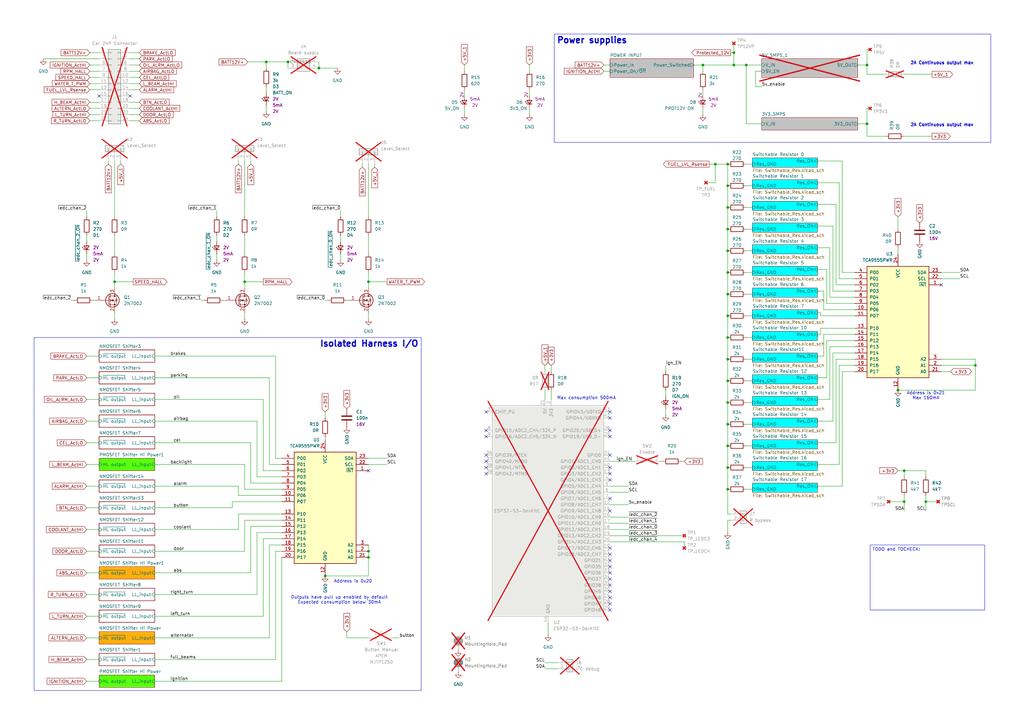
<source format=kicad_sch>
(kicad_sch (version 20250114) (generator "eeschema") (generator_version "9.0")
  (paper "A3")
  (title_block (title "Main architecture") (date "2025-09-28") (rev "0.2.0") (company "Alex Miller & Martin Roger") (comment 1 "https://github.com/martinroger/VXDash") (comment 2 "https://cadlab.io/projects/vxdash"))
  (text "Address is 0x21\nMax 160mA\n" (at 379.73 162.306 0) (effects (font (size 1.27 1.27))))
  (text "Address is 0x20" (at 144.78 238.506 0) (effects (font (size 1.27 1.27))))
  (text "Outputs have pull up enabled by default\nExpected consumption below 30mA\n" (at 139.192 246.126 0) (effects (font (size 1.27 1.27))))
  (text "2A Continuous output max" (at 373.38 26.67 0) (effects (font (size 1.27 1.27) (bold yes)) (justify left bottom)))
  (text "Max consumption 500mA" (at 240.538 163.322 0) (effects (font (size 1.27 1.27))))
  (text "2A Continuous output max" (at 373.38 52.07 0) (effects (font (size 1.27 1.27) (bold yes)) (justify left bottom)))
  (text_box "Isolated Harness I/O" (at 13.97 138.43 0) (size 158.75 144.78) (margins 0.9525 0.9525 0.9525 0.9525) (effects (font (size 2.5 2.5) (thickness 0.5) (bold yes)) (justify right top)))
  (text_box "Power supplies" (at 227.33 13.97 0) (size 179.07 44.45) (margins 0.9525 0.9525 0.9525 0.9525) (effects (font (size 2.5 2.5) (thickness 0.5) (bold yes)) (justify left top)))
  (text_box "TODO and TOCHECK: \n\n" (at 356.87 223.52 0) (size 46.99 26.67) (margins 0.9525 0.9525 0.9525 0.9525) (effects (font (size 1.27 1.27)) (justify left top)))
  (junction (at 298.45 138.43))
  (junction (at 298.45 182.88))
  (junction (at 288.29 26.67))
  (junction (at 298.45 85.09))
  (junction (at 379.73 205.74))
  (junction (at 46.99 115.57))
  (junction (at 298.45 191.77))
  (junction (at 109.22 25.4))
  (junction (at 298.45 165.1))
  (junction (at 300.99 21.59))
  (junction (at 370.84 193.04))
  (junction (at 298.45 156.21))
  (junction (at 298.45 102.87))
  (junction (at 306.07 26.67))
  (junction (at 151.13 226.06))
  (junction (at 298.45 111.76))
  (junction (at 400.05 149.86))
  (junction (at 133.35 236.22))
  (junction (at 355.6 50.8))
  (junction (at 130.81 27.94))
  (junction (at 298.45 76.2))
  (junction (at 355.6 26.67))
  (junction (at 293.37 67.31))
  (junction (at 298.45 173.99))
  (junction (at 298.45 67.31))
  (junction (at 298.45 147.32))
  (junction (at 100.33 115.57))
  (junction (at 151.13 115.57))
  (junction (at 118.11 25.4))
  (junction (at 368.3 160.02))
  (junction (at 298.45 129.54))
  (junction (at 151.13 228.6))
  (junction (at 298.45 120.65))
  (junction (at 298.45 93.98))
  (junction (at 298.45 200.66))
  (junction (at 370.84 205.74))
  (junction (at 300.99 26.67))
  (no_connect (at 250.19 209.55))
  (no_connect (at 250.19 194.31))
  (no_connect (at 199.39 179.07))
  (no_connect (at 40.64 39.37))
  (no_connect (at 151.13 193.04))
  (no_connect (at 199.39 168.91))
  (no_connect (at 250.19 196.85))
  (no_connect (at 250.19 179.07))
  (no_connect (at 250.19 171.45))
  (no_connect (at 250.19 168.91))
  (no_connect (at 250.19 224.79))
  (no_connect (at 250.19 232.41))
  (no_connect (at 53.34 39.37))
  (no_connect (at 250.19 250.19))
  (no_connect (at 250.19 191.77))
  (no_connect (at 199.39 189.23))
  (no_connect (at 250.19 245.11))
  (no_connect (at 250.19 240.03))
  (no_connect (at 250.19 247.65))
  (no_connect (at 199.39 191.77))
  (no_connect (at 199.39 176.53))
  (no_connect (at 199.39 194.31))
  (no_connect (at 250.19 204.47))
  (no_connect (at 250.19 242.57))
  (no_connect (at 250.19 234.95))
  (no_connect (at 199.39 186.69))
  (no_connect (at 386.08 116.84))
  (no_connect (at 250.19 186.69))
  (no_connect (at 250.19 176.53))
  (no_connect (at 250.19 227.33))
  (no_connect (at 250.19 237.49))
  (no_connect (at 250.19 229.87))
  (wire (pts (xy 151.13 115.57) (xy 151.13 118.11)))
  (wire (pts (xy 350.52 127) (xy 337.82 127)))
  (wire (pts (xy 298.45 173.99) (xy 298.45 182.88)))
  (wire (pts (xy 151.13 67.31) (xy 151.13 88.9)))
  (wire (pts (xy 36.83 41.91) (xy 40.64 41.91)))
  (wire (pts (xy 351.79 50.8) (xy 355.6 50.8)))
  (wire (pts (xy 250.19 219.71) (xy 280.67 219.71)))
  (wire (pts (xy 91.44 123.19) (xy 92.71 123.19)))
  (wire (pts (xy 350.52 139.7) (xy 339.09 139.7)))
  (wire (pts (xy 300.99 21.59) (xy 300.99 26.67)))
  (wire (pts (xy 335.28 66.04) (xy 345.44 66.04)))
  (wire (pts (xy 190.5 44.45) (xy 190.5 46.99)))
  (wire (pts (xy 153.67 67.31) (xy 153.67 68.58)))
  (wire (pts (xy 130.81 27.94) (xy 138.43 27.94)))
  (wire (pts (xy 306.07 111.76) (xy 308.61 111.76)))
  (wire (pts (xy 341.63 119.38) (xy 341.63 92.71)))
  (wire (pts (xy 53.34 26.67) (xy 57.15 26.67)))
  (wire (pts (xy 35.56 270.51) (xy 40.64 270.51)))
  (wire (pts (xy 299.72 21.59) (xy 300.99 21.59)))
  (wire (pts (xy 288.29 36.83) (xy 288.29 39.37)))
  (wire (pts (xy 306.07 129.54) (xy 308.61 129.54)))
  (wire (pts (xy 133.35 168.91) (xy 133.35 171.45)))
  (wire (pts (xy 46.99 115.57) (xy 46.99 118.11)))
  (wire (pts (xy 107.95 193.04) (xy 107.95 163.83)))
  (wire (pts (xy 284.48 26.67) (xy 288.29 26.67)))
  (wire (pts (xy 151.13 228.6) (xy 151.13 236.22)))
  (wire (pts (xy 306.07 191.77) (xy 308.61 191.77)))
  (wire (pts (xy 151.13 190.5) (xy 158.75 190.5)))
  (wire (pts (xy 280.67 224.79) (xy 280.67 222.25)))
  (wire (pts (xy 339.09 139.7) (xy 339.09 154.94)))
  (wire (pts (xy 350.52 124.46) (xy 339.09 124.46)))
  (wire (pts (xy 344.17 114.3) (xy 350.52 114.3)))
  (wire (pts (xy 342.9 147.32) (xy 342.9 181.61)))
  (wire (pts (xy 115.57 193.04) (xy 107.95 193.04)))
  (wire (pts (xy 306.07 67.31) (xy 308.61 67.31)))
  (wire (pts (xy 289.56 74.93) (xy 293.37 74.93)))
  (wire (pts (xy 107.95 220.98) (xy 115.57 220.98)))
  (wire (pts (xy 340.36 142.24) (xy 340.36 163.83)))
  (wire (pts (xy 340.36 101.6) (xy 335.28 101.6)))
  (wire (pts (xy 370.84 55.88) (xy 382.27 55.88)))
  (wire (pts (xy 306.07 173.99) (xy 308.61 173.99)))
  (wire (pts (xy 339.09 110.49) (xy 335.28 110.49)))
  (wire (pts (xy 63.5 270.51) (xy 113.03 270.51)))
  (wire (pts (xy 63.5 226.06) (xy 100.33 226.06)))
  (wire (pts (xy 63.5 279.4) (xy 115.57 279.4)))
  (wire (pts (xy 298.45 165.1) (xy 298.45 173.99)))
  (wire (pts (xy 293.37 67.31) (xy 293.37 74.93)))
  (wire (pts (xy 36.83 29.21) (xy 40.64 29.21)))
  (wire (pts (xy 306.07 138.43) (xy 308.61 138.43)))
  (wire (pts (xy 151.13 226.06) (xy 151.13 228.6)))
  (wire (pts (xy 288.29 26.67) (xy 288.29 29.21)))
  (wire (pts (xy 400.05 147.32) (xy 400.05 149.86)))
  (wire (pts (xy 53.34 21.59) (xy 57.15 21.59)))
  (wire (pts (xy 100.33 96.52) (xy 100.33 104.14)))
  (wire (pts (xy 298.45 156.21) (xy 298.45 165.1)))
  (wire (pts (xy 306.07 76.2) (xy 308.61 76.2)))
  (wire (pts (xy 102.87 215.9) (xy 115.57 215.9)))
  (wire (pts (xy 46.99 96.52) (xy 46.99 104.14)))
  (wire (pts (xy 250.19 217.17) (xy 257.81 217.17)))
  (wire (pts (xy 53.34 46.99) (xy 57.15 46.99)))
  (wire (pts (xy 115.57 210.82) (xy 97.79 210.82)))
  (wire (pts (xy 299.72 210.82) (xy 298.45 210.82)))
  (wire (pts (xy 35.56 190.5) (xy 40.64 190.5)))
  (wire (pts (xy 109.22 25.4) (xy 118.11 25.4)))
  (wire (pts (xy 142.24 261.62) (xy 151.13 261.62)))
  (wire (pts (xy 35.56 96.52) (xy 35.56 99.06)))
  (wire (pts (xy 53.34 36.83) (xy 57.15 36.83)))
  (wire (pts (xy 350.52 142.24) (xy 340.36 142.24)))
  (wire (pts (xy 46.99 115.57) (xy 54.61 115.57)))
  (wire (pts (xy 63.5 163.83) (xy 107.95 163.83)))
  (wire (pts (xy 337.82 146.05) (xy 335.28 146.05)))
  (wire (pts (xy 53.34 24.13) (xy 57.15 24.13)))
  (wire (pts (xy 63.5 252.73) (xy 107.95 252.73)))
  (wire (pts (xy 247.65 29.21) (xy 250.19 29.21)))
  (wire (pts (xy 345.44 199.39) (xy 335.28 199.39)))
  (wire (pts (xy 35.56 243.84) (xy 40.64 243.84)))
  (wire (pts (xy 336.55 129.54) (xy 336.55 128.27)))
  (wire (pts (xy 370.84 193.04) (xy 379.73 193.04)))
  (wire (pts (xy 100.33 200.66) (xy 115.57 200.66)))
  (wire (pts (xy 306.07 102.87) (xy 308.61 102.87)))
  (wire (pts (xy 151.13 223.52) (xy 151.13 226.06)))
  (wire (pts (xy 336.55 134.62) (xy 336.55 137.16)))
  (wire (pts (xy 223.52 271.78) (xy 228.6 271.78)))
  (wire (pts (xy 368.3 193.04) (xy 370.84 193.04)))
  (wire (pts (xy 306.07 200.66) (xy 308.61 200.66)))
  (wire (pts (xy 298.45 213.36) (xy 298.45 218.44)))
  (wire (pts (xy 115.57 198.12) (xy 102.87 198.12)))
  (wire (pts (xy 53.34 29.21) (xy 57.15 29.21)))
  (wire (pts (xy 345.44 111.76) (xy 350.52 111.76)))
  (wire (pts (xy 88.9 104.14) (xy 88.9 106.68)))
  (wire (pts (xy 288.29 26.67) (xy 300.99 26.67)))
  (wire (pts (xy 368.3 160.02) (xy 400.05 160.02)))
  (wire (pts (xy 97.79 66.04) (xy 97.79 67.31)))
  (wire (pts (xy 306.07 26.67) (xy 312.42 26.67)))
  (wire (pts (xy 100.33 66.04) (xy 100.33 88.9)))
  (wire (pts (xy 345.44 152.4) (xy 345.44 199.39)))
  (wire (pts (xy 306.07 50.8) (xy 312.42 50.8)))
  (wire (pts (xy 36.83 44.45) (xy 40.64 44.45)))
  (wire (pts (xy 63.5 261.62) (xy 110.49 261.62)))
  (wire (pts (xy 336.55 128.27) (xy 335.28 128.27)))
  (wire (pts (xy 110.49 261.62) (xy 110.49 223.52)))
  (wire (pts (xy 113.03 226.06) (xy 115.57 226.06)))
  (wire (pts (xy 250.19 222.25) (xy 280.67 222.25)))
  (wire (pts (xy 115.57 190.5) (xy 110.49 190.5)))
  (wire (pts (xy 341.63 92.71) (xy 335.28 92.71)))
  (wire (pts (xy 355.6 55.88) (xy 355.6 50.8)))
  (wire (pts (xy 340.36 163.83) (xy 335.28 163.83)))
  (wire (pts (xy 36.83 26.67) (xy 40.64 26.67)))
  (wire (pts (xy 105.41 218.44) (xy 115.57 218.44)))
  (wire (pts (xy 342.9 181.61) (xy 335.28 181.61)))
  (wire (pts (xy 133.35 179.07) (xy 133.35 180.34)))
  (wire (pts (xy 107.95 252.73) (xy 107.95 220.98)))
  (wire (pts (xy 53.34 34.29) (xy 57.15 34.29)))
  (wire (pts (xy 379.73 195.58) (xy 379.73 193.04)))
  (wire (pts (xy 298.45 147.32) (xy 298.45 156.21)))
  (wire (pts (xy 298.45 85.09) (xy 298.45 93.98)))
  (wire (pts (xy 355.6 44.45) (xy 355.6 50.8)))
  (wire (pts (xy 298.45 102.87) (xy 298.45 111.76)))
  (wire (pts (xy 109.22 35.56) (xy 109.22 38.1)))
  (wire (pts (xy 36.83 34.29) (xy 40.64 34.29)))
  (wire (pts (xy 102.87 198.12) (xy 102.87 181.61)))
  (wire (pts (xy 35.56 181.61) (xy 40.64 181.61)))
  (wire (pts (xy 400.05 149.86) (xy 386.08 149.86)))
  (wire (pts (xy 379.73 209.55) (xy 379.73 205.74)))
  (wire (pts (xy 53.34 31.75) (xy 57.15 31.75)))
  (wire (pts (xy 356.87 20.32) (xy 355.6 20.32)))
  (wire (pts (xy 335.28 74.93) (xy 344.17 74.93)))
  (wire (pts (xy 306.07 147.32) (xy 308.61 147.32)))
  (wire (pts (xy 100.33 190.5) (xy 100.33 200.66)))
  (wire (pts (xy 101.6 25.4) (xy 109.22 25.4)))
  (wire (pts (xy 40.64 154.94) (xy 35.56 154.94)))
  (wire (pts (xy 100.33 115.57) (xy 100.33 118.11)))
  (wire (pts (xy 53.34 44.45) (xy 57.15 44.45)))
  (wire (pts (xy 309.88 35.56) (xy 309.88 29.21)))
  (wire (pts (xy 400.05 149.86) (xy 400.05 160.02)))
  (wire (pts (xy 223.52 274.32) (xy 228.6 274.32)))
  (wire (pts (xy 139.7 104.14) (xy 139.7 106.68)))
  (wire (pts (xy 63.5 199.39) (xy 97.79 199.39)))
  (wire (pts (xy 49.53 66.04) (xy 49.53 67.31)))
  (wire (pts (xy 105.41 195.58) (xy 105.41 172.72)))
  (wire (pts (xy 29.21 123.19) (xy 30.48 123.19)))
  (wire (pts (xy 298.45 182.88) (xy 298.45 191.77)))
  (wire (pts (xy 102.87 66.04) (xy 102.87 67.31)))
  (wire (pts (xy 350.52 149.86) (xy 344.17 149.86)))
  (wire (pts (xy 133.35 236.22) (xy 151.13 236.22)))
  (wire (pts (xy 250.19 201.93) (xy 257.81 201.93)))
  (wire (pts (xy 63.5 172.72) (xy 105.41 172.72)))
  (wire (pts (xy 299.72 213.36) (xy 298.45 213.36)))
  (wire (pts (xy 298.45 129.54) (xy 298.45 138.43)))
  (wire (pts (xy 100.33 111.76) (xy 100.33 115.57)))
  (wire (pts (xy 102.87 234.95) (xy 102.87 215.9)))
  (wire (pts (xy 306.07 26.67) (xy 306.07 50.8)))
  (wire (pts (xy 298.45 191.77) (xy 298.45 200.66)))
  (wire (pts (xy 17.78 24.13) (xy 40.64 24.13)))
  (wire (pts (xy 151.13 96.52) (xy 151.13 104.14)))
  (wire (pts (xy 370.84 30.48) (xy 382.27 30.48)))
  (wire (pts (xy 250.19 189.23) (xy 260.35 189.23)))
  (wire (pts (xy 342.9 116.84) (xy 342.9 83.82)))
  (wire (pts (xy 337.82 119.38) (xy 335.28 119.38)))
  (wire (pts (xy 288.29 44.45) (xy 288.29 46.99)))
  (wire (pts (xy 115.57 203.2) (xy 97.79 203.2)))
  (wire (pts (xy 35.56 163.83) (xy 40.64 163.83)))
  (wire (pts (xy 344.17 149.86) (xy 344.17 190.5)))
  (wire (pts (xy 109.22 25.4) (xy 109.22 27.94)))
  (wire (pts (xy 400.05 147.32) (xy 386.08 147.32)))
  (wire (pts (xy 298.45 138.43) (xy 298.45 147.32)))
  (wire (pts (xy 339.09 154.94) (xy 335.28 154.94)))
  (wire (pts (xy 250.19 207.01) (xy 257.81 207.01)))
  (wire (pts (xy 298.45 76.2) (xy 298.45 85.09)))
  (wire (pts (xy 53.34 41.91) (xy 57.15 41.91)))
  (wire (pts (xy 100.33 213.36) (xy 100.33 226.06)))
  (wire (pts (xy 35.56 208.28) (xy 40.64 208.28)))
  (wire (pts (xy 35.56 104.14) (xy 35.56 106.68)))
  (wire (pts (xy 386.08 111.76) (xy 393.7 111.76)))
  (wire (pts (xy 88.9 86.36) (xy 88.9 88.9)))
  (wire (pts (xy 100.33 128.27) (xy 100.33 130.81)))
  (wire (pts (xy 35.56 199.39) (xy 40.64 199.39)))
  (wire (pts (xy 113.03 270.51) (xy 113.03 226.06)))
  (wire (pts (xy 36.83 46.99) (xy 40.64 46.99)))
  (wire (pts (xy 224.79 255.27) (xy 224.79 260.35)))
  (wire (pts (xy 226.06 149.86) (xy 226.06 152.4)))
  (wire (pts (xy 341.63 172.72) (xy 335.28 172.72)))
  (wire (pts (xy 344.17 190.5) (xy 335.28 190.5)))
  (wire (pts (xy 350.52 144.78) (xy 341.63 144.78)))
  (wire (pts (xy 350.52 147.32) (xy 342.9 147.32)))
  (wire (pts (xy 46.99 128.27) (xy 46.99 130.81)))
  (wire (pts (xy 115.57 187.96) (xy 113.03 187.96)))
  (wire (pts (xy 337.82 127) (xy 337.82 119.38)))
  (wire (pts (xy 130.81 25.4) (xy 130.81 27.94)))
  (wire (pts (xy 345.44 66.04) (xy 345.44 111.76)))
  (wire (pts (xy 35.56 252.73) (xy 40.64 252.73)))
  (wire (pts (xy 350.52 137.16) (xy 337.82 137.16)))
  (wire (pts (xy 35.56 86.36) (xy 35.56 88.9)))
  (wire (pts (xy 113.03 187.96) (xy 113.03 146.05)))
  (wire (pts (xy 350.52 121.92) (xy 340.36 121.92)))
  (wire (pts (xy 35.56 172.72) (xy 40.64 172.72)))
  (wire (pts (xy 36.83 36.83) (xy 40.64 36.83)))
  (wire (pts (xy 36.83 49.53) (xy 40.64 49.53)))
  (wire (pts (xy 306.07 93.98) (xy 308.61 93.98)))
  (wire (pts (xy 370.84 205.74) (xy 370.84 203.2)))
  (wire (pts (xy 279.4 189.23) (xy 280.67 189.23)))
  (wire (pts (xy 44.45 66.04) (xy 44.45 67.31)))
  (wire (pts (xy 223.52 149.86) (xy 223.52 152.4)))
  (wire (pts (xy 350.52 134.62) (xy 336.55 134.62)))
  (wire (pts (xy 151.13 128.27) (xy 151.13 130.81)))
  (wire (pts (xy 298.45 67.31) (xy 298.45 76.2)))
  (wire (pts (xy 35.56 234.95) (xy 40.64 234.95)))
  (wire (pts (xy 133.35 123.19) (xy 134.62 123.19)))
  (wire (pts (xy 63.5 146.05) (xy 113.03 146.05)))
  (wire (pts (xy 53.34 49.53) (xy 57.15 49.53)))
  (wire (pts (xy 368.3 88.9) (xy 368.3 93.98)))
  (wire (pts (xy 364.49 205.74) (xy 370.84 205.74)))
  (wire (pts (xy 386.08 114.3) (xy 393.7 114.3)))
  (wire (pts (xy 344.17 74.93) (xy 344.17 114.3)))
  (wire (pts (xy 250.19 199.39) (xy 257.81 199.39)))
  (wire (pts (xy 142.24 261.62) (xy 142.24 259.08)))
  (wire (pts (xy 148.59 67.31) (xy 148.59 68.58)))
  (wire (pts (xy 273.05 160.02) (xy 273.05 162.56)))
  (wire (pts (xy 118.11 25.4) (xy 118.11 27.94)))
  (wire (pts (xy 95.25 205.74) (xy 95.25 208.28)))
  (wire (pts (xy 63.5 181.61) (xy 102.87 181.61)))
  (wire (pts (xy 115.57 279.4) (xy 115.57 228.6)))
  (wire (pts (xy 63.5 217.17) (xy 97.79 217.17)))
  (wire (pts (xy 355.6 30.48) (xy 355.6 26.67)))
  (wire (pts (xy 63.5 234.95) (xy 102.87 234.95)))
  (wire (pts (xy 270.51 189.23) (xy 271.78 189.23)))
  (wire (pts (xy 386.08 152.4) (xy 389.89 152.4)))
  (wire (pts (xy 350.52 116.84) (xy 342.9 116.84)))
  (wire (pts (xy 115.57 213.36) (xy 100.33 213.36)))
  (wire (pts (xy 300.99 17.78) (xy 300.99 21.59)))
  (wire (pts (xy 35.56 217.17) (xy 40.64 217.17)))
  (wire (pts (xy 306.07 156.21) (xy 308.61 156.21)))
  (wire (pts (xy 151.13 115.57) (xy 158.75 115.57)))
  (wire (pts (xy 46.99 66.04) (xy 46.99 88.9)))
  (wire (pts (xy 105.41 243.84) (xy 105.41 218.44)))
  (wire (pts (xy 115.57 195.58) (xy 105.41 195.58)))
  (wire (pts (xy 293.37 67.31) (xy 298.45 67.31)))
  (wire (pts (xy 109.22 43.18) (xy 109.22 45.72)))
  (wire (pts (xy 306.07 85.09) (xy 308.61 85.09)))
  (wire (pts (xy 63.5 154.94) (xy 110.49 154.94)))
  (wire (pts (xy 339.09 124.46) (xy 339.09 110.49)))
  (wire (pts (xy 337.82 137.16) (xy 337.82 146.05)))
  (wire (pts (xy 190.5 36.83) (xy 190.5 39.37)))
  (wire (pts (xy 250.19 212.09) (xy 257.81 212.09)))
  (wire (pts (xy 341.63 144.78) (xy 341.63 172.72)))
  (wire (pts (xy 100.33 115.57) (xy 107.95 115.57)))
  (wire (pts (xy 151.13 187.96) (xy 158.75 187.96)))
  (wire (pts (xy 300.99 26.67) (xy 306.07 26.67)))
  (wire (pts (xy 306.07 120.65) (xy 308.61 120.65)))
  (wire (pts (xy 82.55 123.19) (xy 83.82 123.19)))
  (wire (pts (xy 142.24 123.19) (xy 143.51 123.19)))
  (wire (pts (xy 110.49 190.5) (xy 110.49 154.94)))
  (wire (pts (xy 35.56 279.4) (xy 40.64 279.4)))
  (wire (pts (xy 335.28 83.82) (xy 342.9 83.82)))
  (wire (pts (xy 379.73 205.74) (xy 384.81 205.74)))
  (wire (pts (xy 161.29 261.62) (xy 163.83 261.62)))
  (wire (pts (xy 298.45 111.76) (xy 298.45 120.65)))
  (wire (pts (xy 40.64 146.05) (xy 35.56 146.05)))
  (wire (pts (xy 273.05 149.86) (xy 273.05 152.4)))
  (wire (pts (xy 350.52 119.38) (xy 341.63 119.38)))
  (wire (pts (xy 63.5 208.28) (xy 95.25 208.28)))
  (wire (pts (xy 139.7 86.36) (xy 139.7 88.9)))
  (wire (pts (xy 356.87 44.45) (xy 355.6 44.45)))
  (wire (pts (xy 46.99 111.76) (xy 46.99 115.57)))
  (wire (pts (xy 351.79 26.67) (xy 355.6 26.67)))
  (wire (pts (xy 312.42 35.56) (xy 309.88 35.56)))
  (wire (pts (xy 63.5 243.84) (xy 105.41 243.84)))
  (wire (pts (xy 63.5 190.5) (xy 100.33 190.5)))
  (wire (pts (xy 340.36 121.92) (xy 340.36 101.6)))
  (wire (pts (xy 298.45 120.65) (xy 298.45 129.54)))
  (wire (pts (xy 217.17 44.45) (xy 217.17 46.99)))
  (wire (pts (xy 217.17 36.83) (xy 217.17 39.37)))
  (wire (pts (xy 368.3 101.6) (xy 368.3 104.14)))
  (wire (pts (xy 355.6 20.32) (xy 355.6 26.67)))
  (wire (pts (xy 370.84 209.55) (xy 370.84 205.74)))
  (wire (pts (xy 247.65 26.67) (xy 250.19 26.67)))
  (wire (pts (xy 306.07 182.88) (xy 308.61 182.88)))
  (wire (pts (xy 36.83 21.59) (xy 40.64 21.59)))
  (wire (pts (xy 298.45 200.66) (xy 298.45 210.82)))
  (wire (pts (xy 97.79 210.82) (xy 97.79 217.17)))
  (wire (pts (xy 88.9 96.52) (xy 88.9 99.06)))
  (wire (pts (xy 298.45 93.98) (xy 298.45 102.87)))
  (wire (pts (xy 223.52 160.02) (xy 223.52 163.83)))
  (wire (pts (xy 350.52 129.54) (xy 336.55 129.54)))
  (wire (pts (xy 190.5 26.67) (xy 190.5 29.21)))
  (wire (pts (xy 226.06 160.02) (xy 226.06 163.83)))
  (wire (pts (xy 309.88 29.21) (xy 312.42 29.21)))
  (wire (pts (xy 35.56 226.06) (xy 40.64 226.06)))
  (wire (pts (xy 217.17 26.67) (xy 217.17 29.21)))
  (wire (pts (xy 151.13 111.76) (xy 151.13 115.57)))
  (wire (pts (xy 115.57 205.74) (xy 95.25 205.74)))
  (wire (pts (xy 38.1 123.19) (xy 39.37 123.19)))
  (wire (pts (xy 370.84 193.04) (xy 370.84 195.58)))
  (wire (pts (xy 350.52 152.4) (xy 345.44 152.4)))
  (wire (pts (xy 306.07 165.1) (xy 308.61 165.1)))
  (wire (pts (xy 379.73 205.74) (xy 379.73 203.2)))
  (wire (pts (xy 250.19 214.63) (xy 257.81 214.63)))
  (wire (pts (xy 355.6 30.48) (xy 363.22 30.48)))
  (wire (pts (xy 110.49 223.52) (xy 115.57 223.52)))
  (wire (pts (xy 36.83 31.75) (xy 40.64 31.75)))
  (wire (pts (xy 40.64 261.62) (xy 35.56 261.62)))
  (wire (pts (xy 139.7 96.52) (xy 139.7 99.06)))
  (wire (pts (xy 355.6 55.88) (xy 363.22 55.88)))
  (wire (pts (xy 97.79 203.2) (xy 97.79 199.39)))
  (wire (pts (xy 273.05 167.64) (xy 273.05 170.18)))
  (wire (pts (xy 336.55 137.16) (xy 335.28 137.16)))
  (wire (pts (xy 290.83 67.31) (xy 293.37 67.31)))
  (label "SCL" (at 379.73 209.55 180))
  (label "ign_EN" (at 273.05 149.86 0))
  (label "~{ledc_chan_2}" (at 35.56 86.36 180))
  (label "~{ledc_chan_1}" (at 88.9 86.36 180))
  (label "airbag" (at 71.12 172.72 0))
  (label "parking" (at 69.85 154.94 0))
  (label "SDA" (at 370.84 209.55 180))
  (label "abs" (at 71.12 234.95 0))
  (label "alarm" (at 71.12 199.39 0))
  (label "SDA" (at 257.81 199.39 0))
  (label "door" (at 71.12 226.06 0))
  (label "SCL" (at 257.81 201.93 0))
  (label "SCL" (at 158.75 190.5 0))
  (label "button" (at 163.83 261.62 0))
  (label "~{ledc_chan_0}" (at 133.35 123.19 180))
  (label "button" (at 71.12 208.28 0))
  (label "full_beams" (at 69.85 270.51 0))
  (label "~{ledc_chan_2}" (at 29.21 123.19 180))
  (label "~{ledc_chan_1}" (at 82.55 123.19 180))
  (label "right_turn" (at 69.85 243.84 0))
  (label "left_turn" (at 69.85 252.73 0))
  (label "backlight" (at 69.85 190.5 0))
  (label "cel" (at 71.12 181.61 0))
  (label "5v_enable" (at 257.81 207.01 0))
  (label "SDA" (at 223.52 274.32 180))
  (label "~{ledc_chan_0}" (at 257.81 217.17 0))
  (label "SDA" (at 158.75 187.96 0))
  (label "SCL" (at 393.7 114.3 0))
  (label "5v_enable" (at 312.42 35.56 0))
  (label "~{ledc_chan_3}" (at 257.81 219.71 0))
  (label "alternator" (at 69.85 261.62 0))
  (label "coolant" (at 71.12 217.17 0))
  (label "~{ledc_chan_2}" (at 257.81 212.09 0))
  (label "~{ledc_chan_0}" (at 139.7 86.36 180))
  (label "SDA" (at 393.7 111.76 0))
  (label "SCL" (at 223.52 271.78 180))
  (label "ignition" (at 69.85 279.4 0))
  (label "brakes" (at 69.85 146.05 0))
  (label "~{ledc_chan_1}" (at 257.81 214.63 0))
  (label "oil" (at 71.12 163.83 0))
  (label "~{ledc_chan_4}" (at 257.81 222.25 0))
  (label "ign_EN" (at 252.73 189.23 0))
  (global_label "+3V3" (shape input) (at 217.17 26.67 90) (property "Intersheetrefs" "${INTERSHEET_REFS}" (effects (hide yes))))
  (global_label "WATER_T_PWM" (shape output) (at 158.75 115.57 0) (property "Intersheetrefs" "${INTERSHEET_REFS}" (effects (hide yes))))
  (global_label "OIL_ALRM_ActLO" (shape input) (at 57.15 26.67 0) (property "Intersheetrefs" "${INTERSHEET_REFS}" (effects (hide yes))))
  (global_label "ABS_ActLO" (shape input) (at 35.56 234.95 180) (property "Intersheetrefs" "${INTERSHEET_REFS}" (effects (hide yes))))
  (global_label "COOLANT_ActHI" (shape input) (at 57.15 44.45 0) (property "Intersheetrefs" "${INTERSHEET_REFS}" (effects (hide yes))))
  (global_label "IGNITION_ActHI" (shape input) (at 247.65 29.21 180) (property "Intersheetrefs" "${INTERSHEET_REFS}" (effects (hide yes))))
  (global_label "+5V_1" (shape input) (at 102.87 67.31 270) (property "Intersheetrefs" "${INTERSHEET_REFS}" (effects (hide yes))))
  (global_label "AIRBAG_ActLO" (shape input) (at 57.15 29.21 0) (property "Intersheetrefs" "${INTERSHEET_REFS}" (effects (hide yes))))
  (global_label "ALTERN_ActLO" (shape input) (at 35.56 261.62 180) (property "Intersheetrefs" "${INTERSHEET_REFS}" (effects (hide yes))))
  (global_label "H_BEAM_ActHI" (shape input) (at 35.56 270.51 180) (property "Intersheetrefs" "${INTERSHEET_REFS}" (effects (hide yes))))
  (global_label "BATT12V+" (shape input) (at 101.6 25.4 180) (property "Intersheetrefs" "${INTERSHEET_REFS}" (effects (hide yes))))
  (global_label "R_TURN_ActLO" (shape input) (at 36.83 49.53 180) (property "Intersheetrefs" "${INTERSHEET_REFS}" (effects (hide yes))))
  (global_label "H_BEAM_ActHI" (shape input) (at 36.83 41.91 180) (property "Intersheetrefs" "${INTERSHEET_REFS}" (effects (hide yes))))
  (global_label "Protected_12V" (shape output) (at 299.72 21.59 180) (property "Intersheetrefs" "${INTERSHEET_REFS}" (effects (hide yes))))
  (global_label "OIL_ALRM_ActLO" (shape input) (at 35.56 163.83 180) (property "Intersheetrefs" "${INTERSHEET_REFS}" (effects (hide yes))))
  (global_label "RPM_HALL" (shape input) (at 36.83 29.21 180) (property "Intersheetrefs" "${INTERSHEET_REFS}" (effects (hide yes))))
  (global_label "L_TURN_ActHI" (shape input) (at 36.83 46.99 180) (property "Intersheetrefs" "${INTERSHEET_REFS}" (effects (hide yes))))
  (global_label "+5V_1" (shape input) (at 190.5 26.67 90) (property "Intersheetrefs" "${INTERSHEET_REFS}" (effects (hide yes))))
  (global_label "+5V_1" (shape input) (at 49.53 67.31 270) (property "Intersheetrefs" "${INTERSHEET_REFS}" (effects (hide yes))))
  (global_label "BRAKE_ActLO" (shape input) (at 57.15 21.59 0) (property "Intersheetrefs" "${INTERSHEET_REFS}" (effects (hide yes))))
  (global_label "R_TURN_ActLO" (shape input) (at 35.56 243.84 180) (property "Intersheetrefs" "${INTERSHEET_REFS}" (effects (hide yes))))
  (global_label "L_BEAM_ActHI" (shape input) (at 57.15 34.29 0) (property "Intersheetrefs" "${INTERSHEET_REFS}" (effects (hide yes))))
  (global_label "ALARM_ActHI" (shape input) (at 57.15 36.83 0) (property "Intersheetrefs" "${INTERSHEET_REFS}" (effects (hide yes))))
  (global_label "PARK_ActLO" (shape input) (at 57.15 24.13 0) (property "Intersheetrefs" "${INTERSHEET_REFS}" (effects (hide yes))))
  (global_label "BATT12V+" (shape input) (at 97.79 67.31 270) (property "Intersheetrefs" "${INTERSHEET_REFS}" (effects (hide yes))))
  (global_label "DOOR_ActLO" (shape input) (at 57.15 46.99 0) (property "Intersheetrefs" "${INTERSHEET_REFS}" (effects (hide yes))))
  (global_label "+3V3" (shape input) (at 142.24 259.08 90) (property "Intersheetrefs" "${INTERSHEET_REFS}" (effects (hide yes))))
  (global_label "AIRBAG_ActLO" (shape input) (at 35.56 172.72 180) (property "Intersheetrefs" "${INTERSHEET_REFS}" (effects (hide yes))))
  (global_label "L_BEAM_ActHI" (shape input) (at 35.56 190.5 180) (property "Intersheetrefs" "${INTERSHEET_REFS}" (effects (hide yes))))
  (global_label "BATT12V+" (shape input) (at 247.65 26.67 180) (property "Intersheetrefs" "${INTERSHEET_REFS}" (effects (hide yes))))
  (global_label "RPM_HALL" (shape output) (at 107.95 115.57 0) (property "Intersheetrefs" "${INTERSHEET_REFS}" (effects (hide yes))))
  (global_label "DOOR_ActLO" (shape input) (at 35.56 226.06 180) (property "Intersheetrefs" "${INTERSHEET_REFS}" (effects (hide yes))))
  (global_label "+3V3" (shape input) (at 377.19 91.44 90) (property "Intersheetrefs" "${INTERSHEET_REFS}" (effects (hide yes))))
  (global_label "+5V_1" (shape input) (at 223.52 149.86 90) (property "Intersheetrefs" "${INTERSHEET_REFS}" (effects (hide yes))))
  (global_label "BATT12V+" (shape input) (at 148.59 68.58 270) (property "Intersheetrefs" "${INTERSHEET_REFS}" (effects (hide yes))))
  (global_label "+5V_1" (shape input) (at 153.67 68.58 270) (property "Intersheetrefs" "${INTERSHEET_REFS}" (effects (hide yes))))
  (global_label "ALARM_ActHI" (shape input) (at 35.56 199.39 180) (property "Intersheetrefs" "${INTERSHEET_REFS}" (effects (hide yes))))
  (global_label "CEL_ActLO" (shape input) (at 35.56 181.61 180) (property "Intersheetrefs" "${INTERSHEET_REFS}" (effects (hide yes))))
  (global_label "WATER_T_PWM" (shape input) (at 36.83 34.29 180) (property "Intersheetrefs" "${INTERSHEET_REFS}" (effects (hide yes))))
  (global_label "BATT12V+" (shape input) (at 44.45 67.31 270) (property "Intersheetrefs" "${INTERSHEET_REFS}" (effects (hide yes))))
  (global_label "BRAKE_ActLO" (shape input) (at 35.56 146.05 180) (property "Intersheetrefs" "${INTERSHEET_REFS}" (effects (hide yes))))
  (global_label "FUEL_LVL_Rsense" (shape output) (at 290.83 67.31 180) (property "Intersheetrefs" "${INTERSHEET_REFS}" (effects (hide yes))))
  (global_label "+3V3" (shape input) (at 368.3 193.04 180) (property "Intersheetrefs" "${INTERSHEET_REFS}" (effects (hide yes))))
  (global_label "L_TURN_ActHI" (shape input) (at 35.56 252.73 180) (property "Intersheetrefs" "${INTERSHEET_REFS}" (effects (hide yes))))
  (global_label "BATT12V+" (shape input) (at 36.83 21.59 180) (property "Intersheetrefs" "${INTERSHEET_REFS}" (effects (hide yes))))
  (global_label "+3V3" (shape input) (at 226.06 149.86 90) (property "Intersheetrefs" "${INTERSHEET_REFS}" (effects (hide yes))))
  (global_label "+3V3" (shape input) (at 142.24 167.64 90) (property "Intersheetrefs" "${INTERSHEET_REFS}" (effects (hide yes))))
  (global_label "SPEED_HALL" (shape output) (at 54.61 115.57 0) (property "Intersheetrefs" "${INTERSHEET_REFS}" (effects (hide yes))))
  (global_label "+3V3" (shape bidirectional) (at 389.89 152.4 0) (property "Intersheetrefs" "${INTERSHEET_REFS}" (effects (hide yes))))
  (global_label "+5V_1" (shape output) (at 382.27 30.48 0) (property "Intersheetrefs" "${INTERSHEET_REFS}" (effects (hide yes))))
  (global_label "+3V3" (shape input) (at 368.3 88.9 90) (property "Intersheetrefs" "${INTERSHEET_REFS}" (effects (hide yes))))
  (global_label "BTN_ActLO" (shape input) (at 57.15 41.91 0) (property "Intersheetrefs" "${INTERSHEET_REFS}" (effects (hide yes))))
  (global_label "+3V3" (shape input) (at 280.67 189.23 0) (property "Intersheetrefs" "${INTERSHEET_REFS}" (effects (hide yes))))
  (global_label "IGNITION_ActHI" (shape input) (at 36.83 26.67 180) (property "Intersheetrefs" "${INTERSHEET_REFS}" (effects (hide yes))))
  (global_label "FUEL_LVL_Rsense" (shape input) (at 36.83 36.83 180) (property "Intersheetrefs" "${INTERSHEET_REFS}" (effects (hide yes))))
  (global_label "CEL_ActLO" (shape input) (at 57.15 31.75 0) (property "Intersheetrefs" "${INTERSHEET_REFS}" (effects (hide yes))))
  (global_label "BTN_ActLO" (shape input) (at 35.56 208.28 180) (property "Intersheetrefs" "${INTERSHEET_REFS}" (effects (hide yes))))
  (global_label "ABS_ActLO" (shape input) (at 57.15 49.53 0) (property "Intersheetrefs" "${INTERSHEET_REFS}" (effects (hide yes))))
  (global_label "+3V3" (shape input) (at 133.35 168.91 90) (property "Intersheetrefs" "${INTERSHEET_REFS}" (effects (hide yes))))
  (global_label "ALTERN_ActLO" (shape input) (at 36.83 44.45 180) (property "Intersheetrefs" "${INTERSHEET_REFS}" (effects (hide yes))))
  (global_label "COOLANT_ActHI" (shape input) (at 35.56 217.17 180) (property "Intersheetrefs" "${INTERSHEET_REFS}" (effects (hide yes))))
  (global_label "PARK_ActLO" (shape input) (at 35.56 154.94 180) (property "Intersheetrefs" "${INTERSHEET_REFS}" (effects (hide yes))))
  (global_label "+3V3" (shape output) (at 382.27 55.88 0) (property "Intersheetrefs" "${INTERSHEET_REFS}" (effects (hide yes))))
  (global_label "IGNITION_ActHI" (shape input) (at 35.56 279.4 180) (property "Intersheetrefs" "${INTERSHEET_REFS}" (effects (hide yes))))
  (global_label "SPEED_HALL" (shape input) (at 36.83 31.75 180) (property "Intersheetrefs" "${INTERSHEET_REFS}" (effects (hide yes))))
  (symbol (lib_id "power:GND") (at 187.96 275.59 0) (unit 1)
    (property "Reference" "#PWR013" (effects (hide yes)))
    (property "Value" "GND" (at 187.96 280.67 0))
    (property "Description" "Power symbol creates a global label with name \"GND\" , ground" (effects (hide yes)))
  )
  (symbol (lib_id "Connector_Generic:Conn_01x02") (at 304.8 210.82 0) (unit 1) (dnp yes)
    (property "Reference" "J7" (at 307.34 210.8199 0) (effects (justify left)))
    (property "Value" "R bypass" (at 307.34 213.3599 0) (effects (justify left)))
    (property "Footprint" "Connector_PinSocket_2.54mm:PinSocket_1x02_P2.54mm_Vertical" (effects (hide yes)))
    (property "Description" "CONN HEADER VERT 2POS 2.54MM" (effects (hide yes)))
    (property "MFT" "Würth Elektronik" (effects (hide yes)))
    (property "MFT_PN" "61300211121" (effects (hide yes)))
    (property "LCSC" "C2915055" (effects (hide yes)))
    (property "LCSC alt" "C492401" (effects (hide yes)))
  )
  (symbol (lib_id "VXDash_diodes:LED_Small") (at 273.05 165.1 90) (unit 1)
    (property "Reference" "D7" (at 275.59 159.9564 90) (effects (justify right)))
    (property "Value" "IGN_ON" (at 275.59 162.4964 90) (effects (justify right)))
    (property "Footprint" "LED_SMD:LED_0603_1608Metric_Pad1.05x0.95mm_HandSolder" (effects (hide yes)))
    (property "Description" "LED GREEN DIFFUSED 0603 SMD" (effects (hide yes)))
    (property "Sim.Pin" "1=K 2=A" (effects (hide yes)))
    (property "MFT" "Harvatek Corp" (effects (hide yes)))
    (property "MFT_PN" "B1911PG--20D000514U1930" (effects (hide yes)))
    (property "Vf" "2V" (at 275.59 165.0364 90) (effects (justify right)))
    (property "If" "5mA" (at 275.59 167.5764 90) (effects (justify right)))
    (property "Voltage" "2V" (at 275.59 170.1164 90) (effects (justify right)))
    (property "LCSC" "C5556934" (effects (hide yes)))
    (property "LCSC alt" "C284909" (effects (hide yes)))
  )
  (symbol (lib_id "VXDash_passives:Res") (at 46.99 107.95 180) (unit 1)
    (property "Reference" "R4" (at 49.53 106.6799 0) (effects (justify right)))
    (property "Value" "1k" (at 49.53 109.2199 0) (effects (justify right)))
    (property "Footprint" "Resistor_SMD:R_0805_2012Metric_Pad1.20x1.40mm_HandSolder" (effects (hide yes)))
    (property "Description" "RES 1K OHM 1% 1/4W 0805" (effects (hide yes)))
    (property "Tol" "1%" (effects (hide yes)))
    (property "Power" "250mW" (effects (hide yes)))
    (property "MFT" "StackPole Electronics" (effects (hide yes)))
    (property "MFT_PN" "RNCP0805FTD1K00" (effects (hide yes)))
    (property "LCSC" "C2441430" (effects (hide yes)))
    (property "LCSC alt" "C727989" (effects (hide yes)))
  )
  (symbol (lib_id "VXDash_passives:Res") (at 302.26 93.98 90) (unit 1)
    (property "Reference" "R25" (at 302.26 89.154 90))
    (property "Value" "270" (at 302.26 91.694 90))
    (property "Footprint" "Resistor_SMD:R_0603_1608Metric_Pad0.98x0.95mm_HandSolder" (effects (hide yes)))
    (property "Description" "RES 270 OHM 1% 1/10W 0603" (effects (hide yes)))
    (property "Tol" "1%" (effects (hide yes)))
    (property "Power" "100mW" (effects (hide yes)))
    (property "MFT" "Yageo" (effects (hide yes)))
    (property "MFT_PN" "RC0603FR-07270RL" (effects (hide yes)))
    (property "LCSC" "C137754" (effects (hide yes)))
    (property "LCSC alt" "C137754" (effects (hide yes)))
  )
  (symbol (lib_id "Switch:SW_Push") (at 156.21 261.62 0) (unit 1) (dnp yes)
    (property "Reference" "SW1" (at 156.464 263.906 0))
    (property "Value" "Button Manual" (at 156.464 266.446 0))
    (property "Footprint" "Button_Switch_THT:SW_PUSH_1P1T_6x3.5mm_H5.0_APEM_MJTP1250" (effects (hide yes)))
    (property "Description" "Push button switch, generic, two pins" (effects (hide yes)))
    (property "MFT" "APEM" (at 156.464 268.986 0))
    (property "MFT_PN" "MJTP1250" (at 156.464 271.526 0))
    (property "LCSC" "C6301337" (effects (hide yes)))
    (property "LCSC alt" "C500068" (effects (hide yes)))
  )
  (symbol (lib_id "power:GND") (at 100.33 130.81 0) (unit 1)
    (property "Reference" "#PWR05" (effects (hide yes)))
    (property "Value" "GND" (at 100.33 135.89 0))
    (property "Description" "Power symbol creates a global label with name \"GND\" , ground" (effects (hide yes)))
  )
  (symbol (lib_id "VXDash_passives:Cap_MLCC") (at 377.19 95.25 180) (unit 1)
    (property "Reference" "C2" (at 381 92.7099 0) (effects (justify right)))
    (property "Value" "100n" (at 381 95.2499 0) (effects (justify right)))
    (property "Footprint" "Capacitor_SMD:C_0603_1608Metric_Pad1.08x0.95mm_HandSolder" (effects (hide yes)))
    (property "Description" "CAP CER 0.1UF 16V X7R 0603" (effects (hide yes)))
    (property "MFT" "Yageo" (effects (hide yes)))
    (property "MFT_PN" "CC0603KRX7R7BB104" (effects (hide yes)))
    (property "Dielectric" "X7R" (effects (hide yes)))
    (property "Tol" "10%" (effects (hide yes)))
    (property "Voltage" "16V" (at 381 97.7899 0) (effects (justify right)))
    (property "LCSC" "C108079" (effects (hide yes)))
    (property "LCSC alt" "C108079" (effects (hide yes)))
  )
  (symbol (lib_id "VXDash_passives:Res") (at 370.84 199.39 180) (unit 1)
    (property "Reference" "R41" (at 373.38 198.1199 0) (effects (justify right)))
    (property "Value" "4k7" (at 373.38 200.6599 0) (effects (justify right)))
    (property "Footprint" "Resistor_SMD:R_0603_1608Metric_Pad0.98x0.95mm_HandSolder" (effects (hide yes)))
    (property "Description" "RES 4.7K OHM 1% 1/10W 0603" (effects (hide yes)))
    (property "Tol" "1%" (effects (hide yes)))
    (property "Power" "100mW" (effects (hide yes)))
    (property "MFT" "Yageo" (effects (hide yes)))
    (property "MFT_PN" "RC0603FR-074K7L" (effects (hide yes)))
    (property "LCSC" "C99782" (effects (hide yes)))
    (property "LCSC alt" "C99782" (effects (hide yes)))
  )
  (symbol (lib_id "Connector:TestPoint_Small") (at 280.67 224.79 0) (unit 1) (in_bom no) (dnp yes)
    (property "Reference" "TP2" (at 281.94 223.5199 0) (effects (justify left)))
    (property "Value" "TP_LEDC4" (at 281.94 226.0599 0) (effects (justify left)))
    (property "Footprint" "TestPoint:TestPoint_Pad_D2.0mm" (effects (hide yes)))
    (property "Description" "test point" (effects (hide yes)))
  )
  (symbol (lib_id "VXDash_diodes:LED_Small") (at 88.9 101.6 90) (unit 1)
    (property "Reference" "D2" (at 91.44 96.4564 90) (effects (justify right)))
    (property "Value" "~{ledc_chan_1_ON}" (at 85.598 95.25 0) (effects (justify right)))
    (property "Footprint" "LED_SMD:LED_0603_1608Metric_Pad1.05x0.95mm_HandSolder" (effects (hide yes)))
    (property "Description" "LED ORANGE DIFFUSED 0603 SMD" (effects (hide yes)))
    (property "Sim.Pin" "1=K 2=A" (effects (hide yes)))
    (property "MFT" "Harvatek Corp" (effects (hide yes)))
    (property "MFT_PN" "B1911UD--20D001014U1930" (effects (hide yes)))
    (property "Vf" "2V" (at 91.44 101.5364 90) (effects (justify right)))
    (property "If" "5mA" (at 91.44 104.0764 90) (effects (justify right)))
    (property "Voltage" "2V" (at 91.44 106.6164 90) (effects (justify right)))
    (property "LCSC" "C7218224" (effects (hide yes)))
    (property "LCSC alt" "C157740" (effects (hide yes)))
  )
  (symbol (lib_id "VXDash_passives:Res") (at 302.26 138.43 90) (unit 1)
    (property "Reference" "R30" (at 302.26 133.604 90))
    (property "Value" "2k" (at 302.26 136.144 90))
    (property "Footprint" "Resistor_SMD:R_0603_1608Metric_Pad0.98x0.95mm_HandSolder" (effects (hide yes)))
    (property "Description" "RES 2K OHM 1% 1/10W 0603" (effects (hide yes)))
    (property "Tol" "1%" (effects (hide yes)))
    (property "Power" "100mW" (effects (hide yes)))
    (property "MFT" "StackPole Electronics" (effects (hide yes)))
    (property "MFT_PN" "RMCF0603FT2K00" (effects (hide yes)))
    (property "LCSC" "C237750" (effects (hide yes)))
    (property "LCSC alt" "C105576" (effects (hide yes)))
  )
  (symbol (lib_id "Connector:TestPoint_Small") (at 356.87 20.32 0) (unit 1) (in_bom no) (dnp yes)
    (property "Reference" "TP5" (at 358.14 19.0499 0) (effects (justify left)))
    (property "Value" "TP5V" (at 358.14 21.5899 0) (effects (justify left)))
    (property "Footprint" "TestPoint:TestPoint_Pad_D2.0mm" (effects (hide yes)))
    (property "Description" "test point" (effects (hide yes)))
  )
  (symbol (lib_id "VXDash_ICs:TCA9555PWR") (at 368.3 132.08 0) (mirror y) (unit 1)
    (property "Reference" "U3" (at 366.1567 104.14 0) (effects (justify left)))
    (property "Value" "TCA9555PWR" (at 366.1567 106.68 0) (effects (justify left)))
    (property "Footprint" "Package_SO:TSSOP-24_4.4x7.8mm_P0.65mm" (effects (hide yes)))
    (property "Datasheet" "http://www.ti.com/lit/ds/symlink/tca9555.pdf" (effects (hide yes)))
    (property "Description" "16-bit I/O expander, I2C and SMBus interface, interrupts, w/ pull-ups, TSSOP-24 package" (effects (hide yes)))
    (property "MFT" "Texas Instrument" (effects (hide yes)))
    (property "MFT_PN" "TCA9555PWR" (effects (hide yes)))
    (property "LCSC" "C465732" (effects (hide yes)))
    (property "LCSC alt" "C42420608" (effects (hide yes)))
  )
  (symbol (lib_id "VXDash_passives:Res") (at 302.26 85.09 90) (unit 1)
    (property "Reference" "R24" (at 302.26 80.264 90))
    (property "Value" "270" (at 302.26 82.804 90))
    (property "Footprint" "Resistor_SMD:R_0603_1608Metric_Pad0.98x0.95mm_HandSolder" (effects (hide yes)))
    (property "Description" "RES 270 OHM 1% 1/10W 0603" (effects (hide yes)))
    (property "Tol" "1%" (effects (hide yes)))
    (property "Power" "100mW" (effects (hide yes)))
    (property "MFT" "Yageo" (effects (hide yes)))
    (property "MFT_PN" "RC0603FR-07270RL" (effects (hide yes)))
    (property "LCSC" "C137754" (effects (hide yes)))
    (property "LCSC alt" "C137754" (effects (hide yes)))
  )
  (symbol (lib_id "VXDash_passives:Res") (at 302.26 165.1 90) (unit 1)
    (property "Reference" "R33" (at 302.26 160.274 90))
    (property "Value" "2k" (at 302.26 162.814 90))
    (property "Footprint" "Resistor_SMD:R_0603_1608Metric_Pad0.98x0.95mm_HandSolder" (effects (hide yes)))
    (property "Description" "RES 2K OHM 1% 1/10W 0603" (effects (hide yes)))
    (property "Tol" "1%" (effects (hide yes)))
    (property "Power" "100mW" (effects (hide yes)))
    (property "MFT" "StackPole Electronics" (effects (hide yes)))
    (property "MFT_PN" "RMCF0603FT2K00" (effects (hide yes)))
    (property "LCSC" "C237750" (effects (hide yes)))
    (property "LCSC alt" "C105576" (effects (hide yes)))
  )
  (symbol (lib_id "VXDash_diodes:LED_Small") (at 35.56 101.6 90) (unit 1)
    (property "Reference" "D1" (at 38.1 96.4564 90) (effects (justify right)))
    (property "Value" "~{ledc_chan_2_ON}" (at 32.004 91.948 0) (effects (justify right)))
    (property "Footprint" "LED_SMD:LED_0603_1608Metric_Pad1.05x0.95mm_HandSolder" (effects (hide yes)))
    (property "Description" "LED ORANGE DIFFUSED 0603 SMD" (effects (hide yes)))
    (property "Sim.Pin" "1=K 2=A" (effects (hide yes)))
    (property "MFT" "Harvatek Corp" (effects (hide yes)))
    (property "MFT_PN" "B1911UD--20D001014U1930" (effects (hide yes)))
    (property "Vf" "2V" (at 38.1 101.5364 90) (effects (justify right)))
    (property "If" "5mA" (at 38.1 104.0764 90) (effects (justify right)))
    (property "Voltage" "2V" (at 38.1 106.6164 90) (effects (justify right)))
    (property "LCSC" "C7218224" (effects (hide yes)))
    (property "LCSC alt" "C157740" (effects (hide yes)))
  )
  (symbol (lib_id "power:GND") (at 288.29 46.99 0) (unit 1)
    (property "Reference" "#PWR018" (effects (hide yes)))
    (property "Value" "GND" (at 288.29 52.07 0))
    (property "Description" "Power symbol creates a global label with name \"GND\" , ground" (effects (hide yes)))
  )
  (symbol (lib_id "VXDash_passives:Res") (at 302.26 120.65 90) (unit 1)
    (property "Reference" "R28" (at 302.26 115.824 90))
    (property "Value" "270" (at 302.26 118.364 90))
    (property "Footprint" "Resistor_SMD:R_0603_1608Metric_Pad0.98x0.95mm_HandSolder" (effects (hide yes)))
    (property "Description" "RES 270 OHM 1% 1/10W 0603" (effects (hide yes)))
    (property "Tol" "1%" (effects (hide yes)))
    (property "Power" "100mW" (effects (hide yes)))
    (property "MFT" "Yageo" (effects (hide yes)))
    (property "MFT_PN" "RC0603FR-07270RL" (effects (hide yes)))
    (property "LCSC" "C137754" (effects (hide yes)))
    (property "LCSC alt" "C137754" (effects (hide yes)))
  )
  (symbol (lib_id "Connector:TestPoint_Small") (at 280.67 219.71 0) (unit 1) (in_bom no) (dnp yes)
    (property "Reference" "TP1" (at 281.94 218.4399 0) (effects (justify left)))
    (property "Value" "TP_LEDC3" (at 281.94 220.9799 0) (effects (justify left)))
    (property "Footprint" "TestPoint:TestPoint_Pad_D2.0mm" (effects (hide yes)))
    (property "Description" "test point" (effects (hide yes)))
  )
  (symbol (lib_id "VXDash_passives:Res") (at 302.26 67.31 90) (unit 1)
    (property "Reference" "R22" (at 302.26 62.484 90))
    (property "Value" "270" (at 302.26 65.024 90))
    (property "Footprint" "Resistor_SMD:R_0603_1608Metric_Pad0.98x0.95mm_HandSolder" (effects (hide yes)))
    (property "Description" "RES 270 OHM 1% 1/10W 0603" (effects (hide yes)))
    (property "Tol" "1%" (effects (hide yes)))
    (property "Power" "100mW" (effects (hide yes)))
    (property "MFT" "Yageo" (effects (hide yes)))
    (property "MFT_PN" "RC0603FR-07270RL" (effects (hide yes)))
    (property "LCSC" "C137754" (effects (hide yes)))
    (property "LCSC alt" "C137754" (effects (hide yes)))
  )
  (symbol (lib_id "Connector:TestPoint_Small") (at 364.49 205.74 0) (mirror x) (unit 1) (in_bom no) (dnp yes)
    (property "Reference" "TP7" (at 363.22 204.4699 0) (effects (justify right)))
    (property "Value" "TPSDA" (at 363.22 207.0099 0) (effects (justify right)))
    (property "Footprint" "TestPoint:TestPoint_Pad_D2.0mm" (effects (hide yes)))
    (property "Description" "test point" (effects (hide yes)))
  )
  (symbol (lib_id "power:GND") (at 139.7 106.68 0) (unit 1)
    (property "Reference" "#PWR09" (effects (hide yes)))
    (property "Value" "GND" (at 139.7 111.76 0))
    (property "Description" "Power symbol creates a global label with name \"GND\" , ground" (effects (hide yes)))
  )
  (symbol (lib_id "power:GND") (at 88.9 106.68 0) (unit 1)
    (property "Reference" "#PWR04" (effects (hide yes)))
    (property "Value" "GND" (at 88.9 111.76 0))
    (property "Description" "Power symbol creates a global label with name \"GND\" , ground" (effects (hide yes)))
  )
  (symbol (lib_id "VXDash_diodes:LED_Small") (at 217.17 41.91 90) (unit 1)
    (property "Reference" "D6" (at 213.106 41.91 90))
    (property "Value" "3V3_ON" (at 212.598 44.45 90))
    (property "Footprint" "LED_SMD:LED_0603_1608Metric_Pad1.05x0.95mm_HandSolder" (effects (hide yes)))
    (property "Description" "LED GREEN DIFFUSED 0603 SMD" (effects (hide yes)))
    (property "Sim.Pin" "1=K 2=A" (effects (hide yes)))
    (property "MFT" "Harvatek Corp" (effects (hide yes)))
    (property "MFT_PN" "B1911PG--20D000514U1930" (effects (hide yes)))
    (property "Vf" "2V" (at 221.488 43.18 90))
    (property "If" "5mA" (at 221.488 40.64 90))
    (property "Voltage" "2V" (at 215.9 38.862 0))
    (property "LCSC" "C5556934" (effects (hide yes)))
    (property "LCSC alt" "C284909" (effects (hide yes)))
  )
  (symbol (lib_id "Transistor_FET:Q_NMOS_GSD") (at 97.79 123.19 0) (unit 1)
    (property "Reference" "Q2" (at 104.14 121.9199 0) (effects (justify left)))
    (property "Value" "2N7002" (at 104.14 124.4599 0) (effects (justify left)))
    (property "Footprint" "Package_TO_SOT_SMD:SOT-23" (effects (hide yes)))
    (property "Description" "N-MOSFET transistor, gate/source/drain" (effects (hide yes)))
    (property "MFT" "Micro Commercial Co" (effects (hide yes)))
    (property "MFT_PN" "2N7002-TP" (effects (hide yes)))
    (property "LCSC" "C78712" (effects (hide yes)))
    (property "LCSC alt" "C78712" (effects (hide yes)))
  )
  (symbol (lib_id "VXDash_passives:Res") (at 151.13 92.71 180) (unit 1)
    (property "Reference" "R13" (at 153.67 91.4399 0) (effects (justify right)))
    (property "Value" "0R" (at 153.67 93.9799 0) (effects (justify right)))
    (property "Footprint" "Resistor_SMD:R_0805_2012Metric_Pad1.20x1.40mm_HandSolder" (effects (hide yes)))
    (property "Description" "RES SMD 0 OHM JUMPER 1/8W 0805" (effects (hide yes)))
    (property "Tol" "1%" (effects (hide yes)))
    (property "Power" "100mW" (effects (hide yes)))
    (property "MFT" "Panasonic Electronic Components" (effects (hide yes)))
    (property "MFT_PN" "ERJ-6GEY0R00V" (effects (hide yes)))
    (property "LCSC" "C169855" (effects (hide yes)))
    (property "LCSC alt" "C17477" (effects (hide yes)))
  )
  (symbol (lib_id "VXDash_passives:Res") (at 273.05 156.21 0) (unit 1)
    (property "Reference" "R19" (at 275.59 154.9399 0) (effects (justify left)))
    (property "Value" "270" (at 275.59 157.4799 0) (effects (justify left)))
    (property "Footprint" "Resistor_SMD:R_0603_1608Metric_Pad0.98x0.95mm_HandSolder" (effects (hide yes)))
    (property "Description" "RES 270 OHM 1% 1/10W 0603" (effects (hide yes)))
    (property "Tol" "1%" (effects (hide yes)))
    (property "Power" "100mW" (effects (hide yes)))
    (property "MFT" "Yageo" (effects (hide yes)))
    (property "MFT_PN" "RC0603FR-07270RL" (effects (hide yes)))
    (property "LCSC" "C137754" (effects (hide yes)))
    (property "LCSC alt" "C137754" (effects (hide yes)))
  )
  (symbol (lib_id "Mechanical:MountingHole_Pad") (at 187.96 264.16 0) (unit 1) (exclude_from_sim yes) (in_bom no) (dnp yes)
    (property "Reference" "H1" (at 190.5 261.6199 0) (effects (justify left)))
    (property "Value" "MountingHole_Pad" (at 190.5 264.1599 0) (effects (justify left)))
    (property "Footprint" "MountingHole:MountingHole_3.5mm_Pad" (effects (hide yes)))
    (property "Description" "Mounting Hole with connection" (effects (hide yes)))
  )
  (symbol (lib_id "power:GND") (at 46.99 130.81 0) (unit 1)
    (property "Reference" "#PWR03" (effects (hide yes)))
    (property "Value" "GND" (at 46.99 135.89 0))
    (property "Description" "Power symbol creates a global label with name \"GND\" , ground" (effects (hide yes)))
  )
  (symbol (lib_id "VXDash_passives:Res") (at 88.9 92.71 0) (unit 1)
    (property "Reference" "R6" (at 91.44 91.4399 0) (effects (justify left)))
    (property "Value" "270" (at 91.44 93.9799 0) (effects (justify left)))
    (property "Footprint" "Resistor_SMD:R_0603_1608Metric_Pad0.98x0.95mm_HandSolder" (effects (hide yes)))
    (property "Description" "RES 270 OHM 1% 1/10W 0603" (effects (hide yes)))
    (property "Tol" "1%" (effects (hide yes)))
    (property "Power" "100mW" (effects (hide yes)))
    (property "MFT" "Yageo" (effects (hide yes)))
    (property "MFT_PN" "RC0603FR-07270RL" (effects (hide yes)))
    (property "LCSC" "C137754" (effects (hide yes)))
    (property "LCSC alt" "C137754" (effects (hide yes)))
  )
  (symbol (lib_id "VXDash_diodes:LED_Small") (at 190.5 41.91 90) (unit 1)
    (property "Reference" "D5" (at 186.436 41.91 90))
    (property "Value" "5V_ON" (at 185.42 44.45 90))
    (property "Footprint" "LED_SMD:LED_0603_1608Metric_Pad1.05x0.95mm_HandSolder" (effects (hide yes)))
    (property "Description" "LED GREEN DIFFUSED 0603 SMD" (effects (hide yes)))
    (property "Sim.Pin" "1=K 2=A" (effects (hide yes)))
    (property "MFT" "Harvatek Corp" (effects (hide yes)))
    (property "MFT_PN" "B1911PG--20D000514U1930" (effects (hide yes)))
    (property "Vf" "2V" (at 194.818 43.18 90))
    (property "If" "5mA" (at 194.818 40.64 90))
    (property "Voltage" "2V" (at 189.484 38.862 0))
    (property "LCSC" "C5556934" (effects (hide yes)))
    (property "LCSC alt" "C284909" (effects (hide yes)))
  )
  (symbol (lib_id "Connector_Generic:Conn_01x02") (at 233.68 271.78 0) (unit 1) (dnp yes)
    (property "Reference" "J6" (at 236.22 271.7799 0) (effects (justify left)))
    (property "Value" "I²C debug" (at 236.22 274.3199 0) (effects (justify left)))
    (property "Footprint" "Connector_PinHeader_2.54mm:PinHeader_1x02_P2.54mm_Vertical" (effects (hide yes)))
    (property "Description" "CONN HEADER VERT 2POS 2.54MM" (effects (hide yes)))
    (property "MFT" "Würth Elektronik" (effects (hide yes)))
    (property "MFT_PN" "61300211121" (effects (hide yes)))
    (property "LCSC" "C2915055" (effects (hide yes)))
    (property "LCSC alt" "C492401" (effects (hide yes)))
  )
  (symbol (lib_id "VXDash_passives:Res") (at 109.22 31.75 0) (unit 1)
    (property "Reference" "R9" (at 111.76 30.4799 0) (effects (justify left)))
    (property "Value" "3k" (at 111.76 33.0199 0) (effects (justify left)))
    (property "Footprint" "Resistor_SMD:R_0603_1608Metric_Pad0.98x0.95mm_HandSolder" (effects (hide yes)))
    (property "Description" "RES 3K OHM 1% 1/10W 0603" (effects (hide yes)))
    (property "Tol" "1%" (effects (hide yes)))
    (property "Power" "100mW" (effects (hide yes)))
    (property "MFT" "StackPole Electronics" (effects (hide yes)))
    (property "MFT_PN" "RMCF0603FT3K00" (effects (hide yes)))
    (property "LCSC" "C2484021" (effects (hide yes)))
    (property "LCSC alt" "C126358" (effects (hide yes)))
  )
  (symbol (lib_id "Connector_Generic:Conn_01x03") (at 100.33 60.96 90) (unit 1) (dnp yes)
    (property "Reference" "J3" (at 105.41 57.1499 90) (effects (justify right)))
    (property "Value" "Level_Select" (at 105.41 59.6899 90) (effects (justify right)))
    (property "Footprint" "Connector_PinHeader_2.54mm:PinHeader_1x03_P2.54mm_Vertical" (effects (hide yes)))
    (property "Description" "CONN HEADER VERT 3POS 2.54MM" (effects (hide yes)))
    (property "MFT" "Würth Elektronik" (effects (hide yes)))
    (property "MFT_PN" "61300311121" (effects (hide yes)))
    (property "LCSC" "C2915006" (effects (hide yes)))
    (property "LCSC alt" "C2937625" (effects (hide yes)))
  )
  (symbol (lib_id "power:GND") (at 142.24 175.26 0) (unit 1)
    (property "Reference" "#PWR010" (effects (hide yes)))
    (property "Value" "GND" (at 142.3159 182.3371 90) (effects (justify left)))
    (property "Description" "Power symbol creates a global label with name \"GND\" , ground" (effects (hide yes)))
  )
  (symbol (lib_id "VXDash_passives:Res") (at 302.26 156.21 90) (unit 1)
    (property "Reference" "R32" (at 302.26 151.384 90))
    (property "Value" "2k" (at 302.26 153.924 90))
    (property "Footprint" "Resistor_SMD:R_0603_1608Metric_Pad0.98x0.95mm_HandSolder" (effects (hide yes)))
    (property "Description" "RES 2K OHM 1% 1/10W 0603" (effects (hide yes)))
    (property "Tol" "1%" (effects (hide yes)))
    (property "Power" "100mW" (effects (hide yes)))
    (property "MFT" "StackPole Electronics" (effects (hide yes)))
    (property "MFT_PN" "RMCF0603FT2K00" (effects (hide yes)))
    (property "LCSC" "C237750" (effects (hide yes)))
    (property "LCSC alt" "C105576" (effects (hide yes)))
  )
  (symbol (lib_id "power:GND") (at 187.96 266.7 0) (unit 1)
    (property "Reference" "#PWR012" (effects (hide yes)))
    (property "Value" "GND" (at 187.96 271.78 0))
    (property "Description" "Power symbol creates a global label with name \"GND\" , ground" (effects (hide yes)))
  )
  (symbol (lib_id "Connector_Generic:Conn_01x03") (at 46.99 60.96 90) (unit 1) (dnp yes)
    (property "Reference" "J2" (at 52.07 57.1499 90) (effects (justify right)))
    (property "Value" "Level_Select" (at 52.07 59.6899 90) (effects (justify right)))
    (property "Footprint" "Connector_PinHeader_2.54mm:PinHeader_1x03_P2.54mm_Vertical" (effects (hide yes)))
    (property "Description" "CONN HEADER VERT 3POS 2.54MM" (effects (hide yes)))
    (property "MFT" "Würth Elektronik" (effects (hide yes)))
    (property "MFT_PN" "61300311121" (effects (hide yes)))
    (property "LCSC" "C2915006" (effects (hide yes)))
    (property "LCSC alt" "C2937625" (effects (hide yes)))
  )
  (symbol (lib_id "Transistor_FET:Q_NMOS_GSD") (at 148.59 123.19 0) (unit 1)
    (property "Reference" "Q3" (at 154.94 121.9199 0) (effects (justify left)))
    (property "Value" "2N7002" (at 154.94 124.4599 0) (effects (justify left)))
    (property "Footprint" "Package_TO_SOT_SMD:SOT-23" (effects (hide yes)))
    (property "Description" "N-MOSFET transistor, gate/source/drain" (effects (hide yes)))
    (property "MFT" "Micro Commercial Co" (effects (hide yes)))
    (property "MFT_PN" "2N7002-TP" (effects (hide yes)))
    (property "LCSC" "C78712" (effects (hide yes)))
    (property "LCSC alt" "C78712" (effects (hide yes)))
  )
  (symbol (lib_id "VXDash_passives:Res") (at 367.03 30.48 270) (unit 1) (in_bom no) (dnp yes)
    (property "Reference" "R38" (at 365.7599 27.94 0) (effects (justify right)))
    (property "Value" "0R" (at 368.2999 27.94 0) (effects (justify right)))
    (property "Footprint" "Resistor_SMD:R_0805_2012Metric_Pad1.20x1.40mm_HandSolder" (effects (hide yes)))
    (property "Description" "RES SMD 0 OHM JUMPER 1/8W 0805" (effects (hide yes)))
    (property "Tol" "1%" (effects (hide yes)))
    (property "Power" "100mW" (effects (hide yes)))
    (property "MFT" "Panasonic Electronic Components" (effects (hide yes)))
    (property "MFT_PN" "ERJ-6GEY0R00V" (effects (hide yes)))
    (property "LCSC" "C169855" (effects (hide yes)))
    (property "LCSC alt" "C17477" (effects (hide yes)))
  )
  (symbol (lib_id "VXDash_passives:Res") (at 151.13 107.95 180) (unit 1)
    (property "Reference" "R14" (at 153.67 106.6799 0) (effects (justify right)))
    (property "Value" "1k" (at 153.67 109.2199 0) (effects (justify right)))
    (property "Footprint" "Resistor_SMD:R_0805_2012Metric_Pad1.20x1.40mm_HandSolder" (effects (hide yes)))
    (property "Description" "RES 1K OHM 1% 1/4W 0805" (effects (hide yes)))
    (property "Tol" "1%" (effects (hide yes)))
    (property "Power" "250mW" (effects (hide yes)))
    (property "MFT" "StackPole Electronics" (effects (hide yes)))
    (property "MFT_PN" "RNCP0805FTD1K00" (effects (hide yes)))
    (property "LCSC" "C2441430" (effects (hide yes)))
    (property "LCSC alt" "C727989" (effects (hide yes)))
  )
  (symbol (lib_id "VXDash_passives:Res") (at 302.26 191.77 90) (unit 1)
    (property "Reference" "R36" (at 302.26 186.944 90))
    (property "Value" "2k" (at 302.26 189.484 90))
    (property "Footprint" "Resistor_SMD:R_0603_1608Metric_Pad0.98x0.95mm_HandSolder" (effects (hide yes)))
    (property "Description" "RES 2K OHM 1% 1/10W 0603" (effects (hide yes)))
    (property "Tol" "1%" (effects (hide yes)))
    (property "Power" "100mW" (effects (hide yes)))
    (property "MFT" "StackPole Electronics" (effects (hide yes)))
    (property "MFT_PN" "RMCF0603FT2K00" (effects (hide yes)))
    (property "LCSC" "C237750" (effects (hide yes)))
    (property "LCSC alt" "C105576" (effects (hide yes)))
  )
  (symbol (lib_id "VXDash_ICs:ESP32-S3-DevKitC") (at 224.79 209.55 0) (unit 1) (in_bom no) (dnp yes)
    (property "Reference" "U2" (at 226.9333 255.27 0) (effects (justify left)))
    (property "Value" "ESP32-S3-DevKitC" (at 226.9333 257.81 0) (effects (justify left)))
    (property "Footprint" "VXDash_IC:ESP32-S3-DevKitC" (effects (hide yes)))
    (property "Description" "ESP32-S3-DevKitC" (effects (hide yes)))
  )
  (symbol (lib_id "VXDash_passives:Res") (at 34.29 123.19 90) (unit 1)
    (property "Reference" "R1" (at 34.29 116.84 90))
    (property "Value" "1k" (at 34.29 119.38 90))
    (property "Footprint" "Resistor_SMD:R_0603_1608Metric_Pad0.98x0.95mm_HandSolder" (effects (hide yes)))
    (property "Description" "RES 1K OHM 1% 1/10W 0603" (effects (hide yes)))
    (property "Tol" "1%" (effects (hide yes)))
    (property "Power" "100mW" (effects (hide yes)))
    (property "MFT" "Yageo" (effects (hide yes)))
    (property "MFT_PN" "RC0603FR-071KL" (effects (hide yes)))
    (property "LCSC" "C22548" (effects (hide yes)))
    (property "LCSC alt" "C22548" (effects (hide yes)))
  )
  (symbol (lib_id "power:GND") (at 151.13 130.81 0) (unit 1)
    (property "Reference" "#PWR011" (effects (hide yes)))
    (property "Value" "GND" (at 151.13 135.89 0))
    (property "Description" "Power symbol creates a global label with name \"GND\" , ground" (effects (hide yes)))
  )
  (symbol (lib_id "VXDash_passives:Res") (at 302.26 129.54 90) (unit 1)
    (property "Reference" "R29" (at 302.26 124.714 90))
    (property "Value" "270" (at 302.26 127.254 90))
    (property "Footprint" "Resistor_SMD:R_0603_1608Metric_Pad0.98x0.95mm_HandSolder" (effects (hide yes)))
    (property "Description" "RES 270 OHM 1% 1/10W 0603" (effects (hide yes)))
    (property "Tol" "1%" (effects (hide yes)))
    (property "Power" "100mW" (effects (hide yes)))
    (property "MFT" "Yageo" (effects (hide yes)))
    (property "MFT_PN" "RC0603FR-07270RL" (effects (hide yes)))
    (property "LCSC" "C137754" (effects (hide yes)))
    (property "LCSC alt" "C137754" (effects (hide yes)))
  )
  (symbol (lib_id "VXDash_passives:Res") (at 302.26 200.66 90) (unit 1)
    (property "Reference" "R37" (at 302.26 195.834 90))
    (property "Value" "2k" (at 302.26 198.374 90))
    (property "Footprint" "Resistor_SMD:R_0603_1608Metric_Pad0.98x0.95mm_HandSolder" (effects (hide yes)))
    (property "Description" "RES 2K OHM 1% 1/10W 0603" (effects (hide yes)))
    (property "Tol" "1%" (effects (hide yes)))
    (property "Power" "100mW" (effects (hide yes)))
    (property "MFT" "StackPole Electronics" (effects (hide yes)))
    (property "MFT_PN" "RMCF0603FT2K00" (effects (hide yes)))
    (property "LCSC" "C237750" (effects (hide yes)))
    (property "LCSC alt" "C105576" (effects (hide yes)))
  )
  (symbol (lib_id "VXDash_passives:Res") (at 226.06 156.21 180) (unit 1)
    (property "Reference" "R18" (at 228.6 154.9399 0) (effects (justify right)))
    (property "Value" "0R" (at 228.6 157.4799 0) (effects (justify right)))
    (property "Footprint" "Resistor_SMD:R_0805_2012Metric_Pad1.20x1.40mm_HandSolder" (effects (hide yes)))
    (property "Description" "RES SMD 0 OHM JUMPER 1/8W 0805" (effects (hide yes)))
    (property "Tol" "1%" (effects (hide yes)))
    (property "Power" "100mW" (effects (hide yes)))
    (property "MFT" "Panasonic Electronic Components" (effects (hide yes)))
    (property "MFT_PN" "ERJ-6GEY0R00V" (effects (hide yes)))
    (property "LCSC" "C169855" (effects (hide yes)))
    (property "LCSC alt" "C17477" (effects (hide yes)))
  )
  (symbol (lib_id "power:GND") (at 368.3 160.02 0) (unit 1)
    (property "Reference" "#PWR020" (effects (hide yes)))
    (property "Value" "GND" (at 368.3759 167.0971 90) (effects (justify left)))
    (property "Description" "Power symbol creates a global label with name \"GND\" , ground" (effects (hide yes)))
  )
  (symbol (lib_id "VXDash_diodes:LED_Small") (at 139.7 101.6 90) (unit 1)
    (property "Reference" "D4" (at 142.24 96.4564 90) (effects (justify right)))
    (property "Value" "~{ledc_chan_0_ON}" (at 135.636 94.488 0) (effects (justify right)))
    (property "Footprint" "LED_SMD:LED_0603_1608Metric_Pad1.05x0.95mm_HandSolder" (effects (hide yes)))
    (property "Description" "LED ORANGE DIFFUSED 0603 SMD" (effects (hide yes)))
    (property "Sim.Pin" "1=K 2=A" (effects (hide yes)))
    (property "MFT" "Harvatek Corp" (effects (hide yes)))
    (property "MFT_PN" "B1911UD--20D001014U1930" (effects (hide yes)))
    (property "Vf" "2V" (at 142.24 101.5364 90) (effects (justify right)))
    (property "If" "5mA" (at 142.24 104.0764 90) (effects (justify right)))
    (property "Voltage" "2V" (at 142.24 106.6164 90) (effects (justify right)))
    (property "LCSC" "C7218224" (effects (hide yes)))
    (property "LCSC alt" "C157740" (effects (hide yes)))
  )
  (symbol (lib_id "Connector:TestPoint_Small") (at 384.81 205.74 0) (unit 1) (in_bom no) (dnp yes)
    (property "Reference" "TP8" (at 386.08 204.4699 0) (effects (justify left)))
    (property "Value" "TPSCL" (at 386.08 207.0099 0) (effects (justify left)))
    (property "Footprint" "TestPoint:TestPoint_Pad_D2.0mm" (effects (hide yes)))
    (property "Description" "test point" (effects (hide yes)))
  )
  (symbol (lib_id "Connector:TestPoint_Small") (at 300.99 17.78 0) (unit 1) (in_bom no) (dnp yes)
    (property "Reference" "TP4" (at 302.26 16.5099 0) (effects (justify left)))
    (property "Value" "TP12VP" (at 302.26 19.0499 0) (effects (justify left)))
    (property "Footprint" "TestPoint:TestPoint_Pad_D2.0mm" (effects (hide yes)))
    (property "Description" "test point" (effects (hide yes)))
  )
  (symbol (lib_id "power:GND") (at 298.45 218.44 0) (unit 1)
    (property "Reference" "#PWR019" (effects (hide yes)))
    (property "Value" "GND" (at 298.5259 225.5171 90) (effects (justify left)))
    (property "Description" "Power symbol creates a global label with name \"GND\" , ground" (effects (hide yes)))
  )
  (symbol (lib_id "power:GND") (at 138.43 27.94 0) (unit 1)
    (property "Reference" "#PWR08" (effects (hide yes)))
    (property "Value" "GND" (at 138.43 33.02 0))
    (property "Description" "Power symbol creates a global label with name \"GND\" , ground" (effects (hide yes)))
  )
  (symbol (lib_id "power:GND") (at 190.5 46.99 0) (unit 1)
    (property "Reference" "#PWR014" (effects (hide yes)))
    (property "Value" "GND" (at 190.5 52.07 0))
    (property "Description" "Power symbol creates a global label with name \"GND\" , ground" (effects (hide yes)))
  )
  (symbol (lib_id "VXDash_passives:Res") (at 190.5 33.02 0) (unit 1)
    (property "Reference" "R15" (at 193.04 31.7499 0) (effects (justify left)))
    (property "Value" "620" (at 193.04 34.2899 0) (effects (justify left)))
    (property "Footprint" "Resistor_SMD:R_0603_1608Metric_Pad0.98x0.95mm_HandSolder" (effects (hide yes)))
    (property "Description" "RES 620 OHM 1% 1/10W 0603" (effects (hide yes)))
    (property "Tol" "1%" (effects (hide yes)))
    (property "Power" "100mW" (effects (hide yes)))
    (property "MFT" "Vishay" (effects (hide yes)))
    (property "MFT_PN" "CRCW0603620RFKEAC" (effects (hide yes)))
    (property "LCSC" "C1730848" (effects (hide yes)))
    (property "LCSC alt" "C137695" (effects (hide yes)))
  )
  (symbol (lib_id "VXDash_passives:Res") (at 302.26 173.99 90) (unit 1)
    (property "Reference" "R34" (at 302.26 169.164 90))
    (property "Value" "2k" (at 302.26 171.704 90))
    (property "Footprint" "Resistor_SMD:R_0603_1608Metric_Pad0.98x0.95mm_HandSolder" (effects (hide yes)))
    (property "Description" "RES 2K OHM 1% 1/10W 0603" (effects (hide yes)))
    (property "Tol" "1%" (effects (hide yes)))
    (property "Power" "100mW" (effects (hide yes)))
    (property "MFT" "StackPole Electronics" (effects (hide yes)))
    (property "MFT_PN" "RMCF0603FT2K00" (effects (hide yes)))
    (property "LCSC" "C237750" (effects (hide yes)))
    (property "LCSC alt" "C105576" (effects (hide yes)))
  )
  (symbol (lib_id "VXDash_passives:Res") (at 46.99 92.71 180) (unit 1)
    (property "Reference" "R3" (at 49.53 91.4399 0) (effects (justify right)))
    (property "Value" "0R" (at 49.53 93.9799 0) (effects (justify right)))
    (property "Footprint" "Resistor_SMD:R_0805_2012Metric_Pad1.20x1.40mm_HandSolder" (effects (hide yes)))
    (property "Description" "RES SMD 0 OHM JUMPER 1/8W 0805" (effects (hide yes)))
    (property "Tol" "1%" (effects (hide yes)))
    (property "Power" "100mW" (effects (hide yes)))
    (property "MFT" "Panasonic Electronic Components" (effects (hide yes)))
    (property "MFT_PN" "ERJ-6GEY0R00V" (effects (hide yes)))
    (property "LCSC" "C169855" (effects (hide yes)))
    (property "LCSC alt" "C17477" (effects (hide yes)))
  )
  (symbol (lib_id "VXDash_diodes:LED_Small") (at 109.22 40.64 90) (unit 1)
    (property "Reference" "D3" (at 111.76 35.4964 90) (effects (justify right)))
    (property "Value" "BATT_ON" (at 111.76 38.0364 90) (effects (justify right)))
    (property "Footprint" "LED_SMD:LED_0603_1608Metric_Pad1.05x0.95mm_HandSolder" (effects (hide yes)))
    (property "Description" "LED GREEN DIFFUSED 0603 SMD" (effects (hide yes)))
    (property "Sim.Pin" "1=K 2=A" (effects (hide yes)))
    (property "MFT" "Harvatek Corp" (effects (hide yes)))
    (property "MFT_PN" "B1911PG--20D000514U1930" (effects (hide yes)))
    (property "Vf" "2V" (at 111.76 40.5764 90) (effects (justify right)))
    (property "If" "5mA" (at 111.76 43.1164 90) (effects (justify right)))
    (property "Voltage" "2V" (at 111.76 45.6564 90) (effects (justify right)))
    (property "LCSC" "C5556934" (effects (hide yes)))
    (property "LCSC alt" "C284909" (effects (hide yes)))
  )
  (symbol (lib_id "VXDash_passives:Res") (at 100.33 107.95 180) (unit 1)
    (property "Reference" "R8" (at 102.87 106.6799 0) (effects (justify right)))
    (property "Value" "1k" (at 102.87 109.2199 0) (effects (justify right)))
    (property "Footprint" "Resistor_SMD:R_0805_2012Metric_Pad1.20x1.40mm_HandSolder" (effects (hide yes)))
    (property "Description" "RES 1K OHM 1% 1/4W 0805" (effects (hide yes)))
    (property "Tol" "1%" (effects (hide yes)))
    (property "Power" "250mW" (effects (hide yes)))
    (property "MFT" "StackPole Electronics" (effects (hide yes)))
    (property "MFT_PN" "RNCP0805FTD1K00" (effects (hide yes)))
    (property "LCSC" "C2441430" (effects (hide yes)))
    (property "LCSC alt" "C727989" (effects (hide yes)))
  )
  (symbol (lib_id "VXDash_passives:Res") (at 302.26 147.32 90) (unit 1)
    (property "Reference" "R31" (at 302.26 142.494 90))
    (property "Value" "2k" (at 302.26 145.034 90))
    (property "Footprint" "Resistor_SMD:R_0603_1608Metric_Pad0.98x0.95mm_HandSolder" (effects (hide yes)))
    (property "Description" "RES 2K OHM 1% 1/10W 0603" (effects (hide yes)))
    (property "Tol" "1%" (effects (hide yes)))
    (property "Power" "100mW" (effects (hide yes)))
    (property "MFT" "StackPole Electronics" (effects (hide yes)))
    (property "MFT_PN" "RMCF0603FT2K00" (effects (hide yes)))
    (property "LCSC" "C237750" (effects (hide yes)))
    (property "LCSC alt" "C105576" (effects (hide yes)))
  )
  (symbol (lib_id "VXDash_passives:Res") (at 302.26 102.87 90) (unit 1)
    (property "Reference" "R26" (at 302.26 98.044 90))
    (property "Value" "270" (at 302.26 100.584 90))
    (property "Footprint" "Resistor_SMD:R_0603_1608Metric_Pad0.98x0.95mm_HandSolder" (effects (hide yes)))
    (property "Description" "RES 270 OHM 1% 1/10W 0603" (effects (hide yes)))
    (property "Tol" "1%" (effects (hide yes)))
    (property "Power" "100mW" (effects (hide yes)))
    (property "MFT" "Yageo" (effects (hide yes)))
    (property "MFT_PN" "RC0603FR-07270RL" (effects (hide yes)))
    (property "LCSC" "C137754" (effects (hide yes)))
    (property "LCSC alt" "C137754" (effects (hide yes)))
  )
  (symbol (lib_id "VXDash_passives:Res") (at 223.52 156.21 0) (unit 1) (in_bom no) (dnp yes)
    (property "Reference" "R17" (at 220.98 157.4801 0) (effects (justify right)))
    (property "Value" "0R" (at 220.98 154.9401 0) (effects (justify right)))
    (property "Footprint" "Resistor_SMD:R_0805_2012Metric_Pad1.20x1.40mm_HandSolder" (effects (hide yes)))
    (property "Description" "RES SMD 0 OHM JUMPER 1/8W 0805" (effects (hide yes)))
    (property "Tol" "1%" (effects (hide yes)))
    (property "Power" "100mW" (effects (hide yes)))
    (property "MFT" "Panasonic Electronic Components" (effects (hide yes)))
    (property "MFT_PN" "ERJ-6GEY0R00V" (effects (hide yes)))
    (property "LCSC" "C169855" (effects (hide yes)))
    (property "LCSC alt" "C17477" (effects (hide yes)))
  )
  (symbol (lib_id "Connector:TestPoint_Small") (at 356.87 44.45 0) (unit 1) (in_bom no) (dnp yes)
    (property "Reference" "TP6" (at 358.14 43.1799 0) (effects (justify left)))
    (property "Value" "TP3V3" (at 358.14 45.7199 0) (effects (justify left)))
    (property "Footprint" "TestPoint:TestPoint_Pad_D2.0mm" (effects (hide yes)))
    (property "Description" "test point" (effects (hide yes)))
  )
  (symbol (lib_id "VXDash_passives:Res") (at 302.26 111.76 90) (unit 1)
    (property "Reference" "R27" (at 302.26 106.934 90))
    (property "Value" "270" (at 302.26 109.474 90))
    (property "Footprint" "Resistor_SMD:R_0603_1608Metric_Pad0.98x0.95mm_HandSolder" (effects (hide yes)))
    (property "Description" "RES 270 OHM 1% 1/10W 0603" (effects (hide yes)))
    (property "Tol" "1%" (effects (hide yes)))
    (property "Power" "100mW" (effects (hide yes)))
    (property "MFT" "Yageo" (effects (hide yes)))
    (property "MFT_PN" "RC0603FR-07270RL" (effects (hide yes)))
    (property "LCSC" "C137754" (effects (hide yes)))
    (property "LCSC alt" "C137754" (effects (hide yes)))
  )
  (symbol (lib_id "power:GND") (at 377.19 99.06 0) (unit 1)
    (property "Reference" "#PWR021" (effects (hide yes)))
    (property "Value" "GND" (at 377.2659 106.1371 90) (effects (justify left)))
    (property "Description" "Power symbol creates a global label with name \"GND\" , ground" (effects (hide yes)))
  )
  (symbol (lib_id "VXDash_diodes:LED_Small") (at 288.29 41.91 90) (unit 1)
    (property "Reference" "D8" (at 284.226 41.91 90))
    (property "Value" "PROT12V ON" (at 278.638 44.45 90))
    (property "Footprint" "LED_SMD:LED_0603_1608Metric_Pad1.05x0.95mm_HandSolder" (effects (hide yes)))
    (property "Description" "LED GREEN DIFFUSED 0603 SMD" (effects (hide yes)))
    (property "Sim.Pin" "1=K 2=A" (effects (hide yes)))
    (property "MFT" "Harvatek Corp" (effects (hide yes)))
    (property "MFT_PN" "B1911PG--20D000514U1930" (effects (hide yes)))
    (property "Vf" "2V" (at 292.608 43.18 90))
    (property "If" "5mA" (at 292.608 40.64 90))
    (property "Voltage" "2V" (at 287.274 39.116 0))
    (property "LCSC" "C5556934" (effects (hide yes)))
    (property "LCSC alt" "C284909" (effects (hide yes)))
  )
  (symbol (lib_id "Connector:TestPoint_Small") (at 289.56 74.93 90) (mirror x) (unit 1) (in_bom no) (dnp yes)
    (property "Reference" "TP3" (at 289.56 80.01 90))
    (property "Value" "TP_FUEL" (at 289.56 77.47 90))
    (property "Footprint" "TestPoint:TestPoint_Pad_D2.0mm" (effects (hide yes)))
    (property "Description" "test point" (effects (hide yes)))
  )
  (symbol (lib_id "Connector_Generic:Conn_01x03") (at 151.13 62.23 90) (unit 1) (dnp yes)
    (property "Reference" "J5" (at 156.21 58.4199 90) (effects (justify right)))
    (property "Value" "Level_Select" (at 156.21 60.9599 90) (effects (justify right)))
    (property "Footprint" "Connector_PinHeader_2.54mm:PinHeader_1x03_P2.54mm_Vertical" (effects (hide yes)))
    (property "Description" "CONN HEADER VERT 3POS 2.54MM" (effects (hide yes)))
    (property "MFT" "Würth Elektronik" (effects (hide yes)))
    (property "MFT_PN" "61300311121" (effects (hide yes)))
    (property "LCSC" "C2915006" (effects (hide yes)))
    (property "LCSC alt" "C2937625" (effects (hide yes)))
  )
  (symbol (lib_id "VXDash_passives:Res") (at 133.35 175.26 0) (mirror x) (unit 1)
    (property "Reference" "R10" (at 130.81 173.9899 0) (effects (justify right)))
    (property "Value" "0R" (at 130.81 176.5299 0) (effects (justify right)))
    (property "Footprint" "Resistor_SMD:R_0805_2012Metric_Pad1.20x1.40mm_HandSolder" (effects (hide yes)))
    (property "Description" "RES SMD 0 OHM JUMPER 1/8W 0805" (effects (hide yes)))
    (property "Tol" "1%" (effects (hide yes)))
    (property "Power" "100mW" (effects (hide yes)))
    (property "MFT" "Panasonic Electronic Components" (effects (hide yes)))
    (property "MFT_PN" "ERJ-6GEY0R00V" (effects (hide yes)))
    (property "LCSC" "C169855" (effects (hide yes)))
    (property "LCSC alt" "C17477" (effects (hide yes)))
  )
  (symbol (lib_id "Transistor_FET:Q_NMOS_GSD") (at 44.45 123.19 0) (unit 1)
    (property "Reference" "Q1" (at 50.8 121.9199 0) (effects (justify left)))
    (property "Value" "2N7002" (at 50.8 124.4599 0) (effects (justify left)))
    (property "Footprint" "Package_TO_SOT_SMD:SOT-23" (effects (hide yes)))
    (property "Description" "N-MOSFET transistor, gate/source/drain" (effects (hide yes)))
    (property "MFT" "Micro Commercial Co" (effects (hide yes)))
    (property "MFT_PN" "2N7002-TP" (effects (hide yes)))
    (property "LCSC" "C78712" (effects (hide yes)))
    (property "LCSC alt" "C78712" (effects (hide yes)))
  )
  (symbol (lib_id "VXDash_passives:Cap_MLCC") (at 142.24 171.45 180) (unit 1)
    (property "Reference" "C1" (at 146.05 168.9099 0) (effects (justify right)))
    (property "Value" "100n" (at 146.05 171.4499 0) (effects (justify right)))
    (property "Footprint" "Capacitor_SMD:C_0603_1608Metric_Pad1.08x0.95mm_HandSolder" (effects (hide yes)))
    (property "Description" "CAP CER 0.1UF 16V X7R 0603" (effects (hide yes)))
    (property "MFT" "Yageo" (effects (hide yes)))
    (property "MFT_PN" "CC0603KRX7R7BB104" (effects (hide yes)))
    (property "Dielectric" "X7R" (effects (hide yes)))
    (property "Tol" "10%" (effects (hide yes)))
    (property "Voltage" "16V" (at 146.05 173.9899 0) (effects (justify right)))
    (property "LCSC" "C108079" (effects (hide yes)))
    (property "LCSC alt" "C108079" (effects (hide yes)))
  )
  (symbol (lib_id "VXDash_passives:Res") (at 138.43 123.19 90) (unit 1)
    (property "Reference" "R11" (at 138.43 116.84 90))
    (property "Value" "1k" (at 138.43 119.38 90))
    (property "Footprint" "Resistor_SMD:R_0603_1608Metric_Pad0.98x0.95mm_HandSolder" (effects (hide yes)))
    (property "Description" "RES 1K OHM 1% 1/10W 0603" (effects (hide yes)))
    (property "Tol" "1%" (effects (hide yes)))
    (property "Power" "100mW" (effects (hide yes)))
    (property "MFT" "Yageo" (effects (hide yes)))
    (property "MFT_PN" "RC0603FR-071KL" (effects (hide yes)))
    (property "LCSC" "C22548" (effects (hide yes)))
    (property "LCSC alt" "C22548" (effects (hide yes)))
  )
  (symbol (lib_id "Connector_Generic:Conn_02x12_Odd_Even") (at 45.72 34.29 0) (unit 1) (in_bom no) (dnp yes)
    (property "Reference" "J1" (at 46.99 15.24 0))
    (property "Value" "Car 24P Connector" (at 46.99 17.78 0))
    (property "Footprint" "Connector_PinHeader_2.54mm:PinHeader_2x12_P2.54mm_Vertical" (effects (hide yes)))
    (property "Description" "Placeholder 02x12" (effects (hide yes)))
  )
  (symbol (lib_id "VXDash_passives:Res") (at 368.3 97.79 0) (mirror x) (unit 1)
    (property "Reference" "R40" (at 365.76 96.5199 0) (effects (justify right)))
    (property "Value" "0R" (at 365.76 99.0599 0) (effects (justify right)))
    (property "Footprint" "Resistor_SMD:R_0805_2012Metric_Pad1.20x1.40mm_HandSolder" (effects (hide yes)))
    (property "Description" "RES SMD 0 OHM JUMPER 1/8W 0805" (effects (hide yes)))
    (property "Tol" "1%" (effects (hide yes)))
    (property "Power" "100mW" (effects (hide yes)))
    (property "MFT" "Panasonic Electronic Components" (effects (hide yes)))
    (property "MFT_PN" "ERJ-6GEY0R00V" (effects (hide yes)))
    (property "LCSC" "C169855" (effects (hide yes)))
    (property "LCSC alt" "C17477" (effects (hide yes)))
  )
  (symbol (lib_id "Switch:SW_SPST") (at 265.43 189.23 0) (unit 1) (dnp yes)
    (property "Reference" "SW2" (at 265.43 182.88 0))
    (property "Value" "Enable" (at 265.43 185.42 0))
    (property "Footprint" "Button_Switch_THT:SW_DIP_SPSTx01_Slide_9.78x4.72mm_W7.62mm_P2.54mm" (effects (hide yes)))
    (property "Description" "SWITCH SLIDE DIP SPST 0.025A 24V" (effects (hide yes)))
    (property "MFT" "Same Sky" (effects (hide yes)))
    (property "MFT_PN" "DS01-254-L-01BE" (effects (hide yes)))
    (property "LCSC" "C3312384" (effects (hide yes)))
    (property "LCSC alt" "C7527760" (effects (hide yes)))
  )
  (symbol (lib_id "VXDash_passives:Res") (at 302.26 182.88 90) (unit 1)
    (property "Reference" "R35" (at 302.26 178.054 90))
    (property "Value" "2k" (at 302.26 180.594 90))
    (property "Footprint" "Resistor_SMD:R_0603_1608Metric_Pad0.98x0.95mm_HandSolder" (effects (hide yes)))
    (property "Description" "RES 2K OHM 1% 1/10W 0603" (effects (hide yes)))
    (property "Tol" "1%" (effects (hide yes)))
    (property "Power" "100mW" (effects (hide yes)))
    (property "MFT" "StackPole Electronics" (effects (hide yes)))
    (property "MFT_PN" "RMCF0603FT2K00" (effects (hide yes)))
    (property "LCSC" "C237750" (effects (hide yes)))
    (property "LCSC alt" "C105576" (effects (hide yes)))
  )
  (symbol (lib_id "power:GND") (at 35.56 106.68 0) (unit 1)
    (property "Reference" "#PWR02" (effects (hide yes)))
    (property "Value" "GND" (at 35.56 111.76 0))
    (property "Description" "Power symbol creates a global label with name \"GND\" , ground" (effects (hide yes)))
  )
  (symbol (lib_id "VXDash_passives:Res") (at 288.29 33.02 0) (unit 1)
    (property "Reference" "R21" (at 290.83 31.7499 0) (effects (justify left)))
    (property "Value" "3k" (at 290.83 34.2899 0) (effects (justify left)))
    (property "Footprint" "Resistor_SMD:R_0603_1608Metric_Pad0.98x0.95mm_HandSolder" (effects (hide yes)))
    (property "Description" "RES 3K OHM 1% 1/10W 0603" (effects (hide yes)))
    (property "Tol" "1%" (effects (hide yes)))
    (property "Power" "100mW" (effects (hide yes)))
    (property "MFT" "StackPole Electronics" (effects (hide yes)))
    (property "MFT_PN" "RMCF0603FT3K00" (effects (hide yes)))
    (property "LCSC" "C2484021" (effects (hide yes)))
    (property "LCSC alt" "C126358" (effects (hide yes)))
  )
  (symbol (lib_id "power:GND") (at 133.35 236.22 0) (unit 1)
    (property "Reference" "#PWR07" (effects (hide yes)))
    (property "Value" "GND" (at 133.4259 243.2971 90) (effects (justify left)))
    (property "Description" "Power symbol creates a global label with name \"GND\" , ground" (effects (hide yes)))
  )
  (symbol (lib_id "power:GND") (at 17.78 24.13 0) (unit 1)
    (property "Reference" "#PWR01" (effects (hide yes)))
    (property "Value" "GND" (at 17.78 29.21 0))
    (property "Description" "Power symbol creates a global label with name \"GND\" , ground" (effects (hide yes)))
  )
  (symbol (lib_id "VXDash_passives:Res") (at 275.59 189.23 270) (unit 1)
    (property "Reference" "R20" (at 275.59 182.88 90))
    (property "Value" "1k" (at 275.59 185.42 90))
    (property "Footprint" "Resistor_SMD:R_0603_1608Metric_Pad0.98x0.95mm_HandSolder" (effects (hide yes)))
    (property "Description" "RES 1K OHM 1% 1/10W 0603" (effects (hide yes)))
    (property "Tol" "1%" (effects (hide yes)))
    (property "Power" "100mW" (effects (hide yes)))
    (property "MFT" "Yageo" (effects (hide yes)))
    (property "MFT_PN" "RC0603FR-071KL" (effects (hide yes)))
    (property "LCSC" "C22548" (effects (hide yes)))
    (property "LCSC alt" "C22548" (effects (hide yes)))
  )
  (symbol (lib_id "power:GND") (at 109.22 45.72 0) (unit 1)
    (property "Reference" "#PWR06" (effects (hide yes)))
    (property "Value" "GND" (at 109.22 50.8 0))
    (property "Description" "Power symbol creates a global label with name \"GND\" , ground" (effects (hide yes)))
  )
  (symbol (lib_id "Connector_Generic:Conn_02x02_Odd_Even") (at 123.19 25.4 0) (unit 1) (dnp yes)
    (property "Reference" "J4" (at 124.46 19.05 0))
    (property "Value" "Board supply" (at 124.46 21.59 0))
    (property "Footprint" "Connector_PinHeader_2.54mm:PinHeader_2x02_P2.54mm_Vertical" (effects (hide yes)))
    (property "Description" "CONN HEADER SMD 4POS 2.54MM" (effects (hide yes)))
    (property "MFT" "XFCN" (effects (hide yes)))
    (property "MFT_PN" "PZ254V-12-4P" (effects (hide yes)))
    (property "LCSC" "C492419" (at 123.19 25.4 0))
    (property "LCSC alt" "C492419" (at 123.19 25.4 0))
  )
  (symbol (lib_id "power:GND") (at 224.79 260.35 0) (unit 1)
    (property "Reference" "#PWR016" (effects (hide yes)))
    (property "Value" "GND" (at 224.79 265.43 0))
    (property "Description" "Power symbol creates a global label with name \"GND\" , ground" (effects (hide yes)))
  )
  (symbol (lib_id "Mechanical:MountingHole_Pad") (at 187.96 273.05 0) (unit 1) (exclude_from_sim yes) (in_bom no) (dnp yes)
    (property "Reference" "H2" (at 190.5 270.5099 0) (effects (justify left)))
    (property "Value" "MountingHole_Pad" (at 190.5 273.0499 0) (effects (justify left)))
    (property "Footprint" "MountingHole:MountingHole_3.5mm_Pad" (effects (hide yes)))
    (property "Description" "Mounting Hole with connection" (effects (hide yes)))
  )
  (symbol (lib_id "VXDash_passives:Res") (at 100.33 92.71 180) (unit 1)
    (property "Reference" "R7" (at 102.87 91.4399 0) (effects (justify right)))
    (property "Value" "0R" (at 102.87 93.9799 0) (effects (justify right)))
    (property "Footprint" "Resistor_SMD:R_0805_2012Metric_Pad1.20x1.40mm_HandSolder" (effects (hide yes)))
    (property "Description" "RES SMD 0 OHM JUMPER 1/8W 0805" (effects (hide yes)))
    (property "Tol" "1%" (effects (hide yes)))
    (property "Power" "100mW" (effects (hide yes)))
    (property "MFT" "Panasonic Electronic Components" (effects (hide yes)))
    (property "MFT_PN" "ERJ-6GEY0R00V" (effects (hide yes)))
    (property "LCSC" "C169855" (effects (hide yes)))
    (property "LCSC alt" "C17477" (effects (hide yes)))
  )
  (symbol (lib_id "VXDash_passives:Res") (at 87.63 123.19 90) (unit 1)
    (property "Reference" "R5" (at 87.63 116.84 90))
    (property "Value" "1k" (at 87.63 119.38 90))
    (property "Footprint" "Resistor_SMD:R_0603_1608Metric_Pad0.98x0.95mm_HandSolder" (effects (hide yes)))
    (property "Description" "RES 1K OHM 1% 1/10W 0603" (effects (hide yes)))
    (property "Tol" "1%" (effects (hide yes)))
    (property "Power" "100mW" (effects (hide yes)))
    (property "MFT" "Yageo" (effects (hide yes)))
    (property "MFT_PN" "RC0603FR-071KL" (effects (hide yes)))
    (property "LCSC" "C22548" (effects (hide yes)))
    (property "LCSC alt" "C22548" (effects (hide yes)))
  )
  (symbol (lib_id "VXDash_passives:Res") (at 379.73 199.39 180) (unit 1)
    (property "Reference" "R42" (at 382.27 198.1199 0) (effects (justify right)))
    (property "Value" "4k7" (at 382.27 200.6599 0) (effects (justify right)))
    (property "Footprint" "Resistor_SMD:R_0603_1608Metric_Pad0.98x0.95mm_HandSolder" (effects (hide yes)))
    (property "Description" "RES 4.7K OHM 1% 1/10W 0603" (effects (hide yes)))
    (property "Tol" "1%" (effects (hide yes)))
    (property "Power" "100mW" (effects (hide yes)))
    (property "MFT" "Yageo" (effects (hide yes)))
    (property "MFT_PN" "RC0603FR-074K7L" (effects (hide yes)))
    (property "LCSC" "C99782" (effects (hide yes)))
    (property "LCSC alt" "C99782" (effects (hide yes)))
  )
  (symbol (lib_name "TCA9555PWR_1") (lib_id "VXDash_ICs:TCA9555PWR") (at 133.35 208.28 0) (mirror y) (unit 1)
    (property "Reference" "U1" (at 131.2067 180.34 0) (effects (justify left)))
    (property "Value" "TCA9555PWR" (at 131.2067 182.88 0) (effects (justify left)))
    (property "Footprint" "Package_SO:TSSOP-24_4.4x7.8mm_P0.65mm" (effects (hide yes)))
    (property "Datasheet" "http://www.ti.com/lit/ds/symlink/tca9555.pdf" (effects (hide yes)))
    (property "Description" "16-bit I/O expander, I2C and SMBus interface, interrupts, w/ pull-ups, TSSOP-24 package" (effects (hide yes)))
    (property "MFT" "Texas Instrument" (effects (hide yes)))
    (property "MFT_PN" "TCA9555PWR" (effects (hide yes)))
    (property "LCSC" "C465732" (effects (hide yes)))
    (property "LCSC alt" "C42420608" (effects (hide yes)))
  )
  (symbol (lib_id "VXDash_passives:Res") (at 35.56 92.71 0) (unit 1)
    (property "Reference" "R2" (at 38.1 91.4399 0) (effects (justify left)))
    (property "Value" "270" (at 38.1 93.9799 0) (effects (justify left)))
    (property "Footprint" "Resistor_SMD:R_0603_1608Metric_Pad0.98x0.95mm_HandSolder" (effects (hide yes)))
    (property "Description" "RES 270 OHM 1% 1/10W 0603" (effects (hide yes)))
    (property "Tol" "1%" (effects (hide yes)))
    (property "Power" "100mW" (effects (hide yes)))
    (property "MFT" "Yageo" (effects (hide yes)))
    (property "MFT_PN" "RC0603FR-07270RL" (effects (hide yes)))
    (property "LCSC" "C137754" (effects (hide yes)))
    (property "LCSC alt" "C137754" (effects (hide yes)))
  )
  (symbol (lib_id "power:GND") (at 217.17 46.99 0) (unit 1)
    (property "Reference" "#PWR015" (effects (hide yes)))
    (property "Value" "GND" (at 217.17 52.07 0))
    (property "Description" "Power symbol creates a global label with name \"GND\" , ground" (effects (hide yes)))
  )
  (symbol (lib_id "VXDash_passives:Res") (at 302.26 76.2 90) (unit 1)
    (property "Reference" "R23" (at 302.26 71.374 90))
    (property "Value" "270" (at 302.26 73.914 90))
    (property "Footprint" "Resistor_SMD:R_0603_1608Metric_Pad0.98x0.95mm_HandSolder" (effects (hide yes)))
    (property "Description" "RES 270 OHM 1% 1/10W 0603" (effects (hide yes)))
    (property "Tol" "1%" (effects (hide yes)))
    (property "Power" "100mW" (effects (hide yes)))
    (property "MFT" "Yageo" (effects (hide yes)))
    (property "MFT_PN" "RC0603FR-07270RL" (effects (hide yes)))
    (property "LCSC" "C137754" (effects (hide yes)))
    (property "LCSC alt" "C137754" (effects (hide yes)))
  )
  (symbol (lib_id "power:GND") (at 273.05 170.18 0) (unit 1)
    (property "Reference" "#PWR017" (effects (hide yes)))
    (property "Value" "GND" (at 273.05 175.26 0))
    (property "Description" "Power symbol creates a global label with name \"GND\" , ground" (effects (hide yes)))
  )
  (symbol (lib_id "VXDash_passives:Res") (at 139.7 92.71 0) (unit 1)
    (property "Reference" "R12" (at 142.24 91.4399 0) (effects (justify left)))
    (property "Value" "270" (at 142.24 93.9799 0) (effects (justify left)))
    (property "Footprint" "Resistor_SMD:R_0603_1608Metric_Pad0.98x0.95mm_HandSolder" (effects (hide yes)))
    (property "Description" "RES 270 OHM 1% 1/10W 0603" (effects (hide yes)))
    (property "Tol" "1%" (effects (hide yes)))
    (property "Power" "100mW" (effects (hide yes)))
    (property "MFT" "Yageo" (effects (hide yes)))
    (property "MFT_PN" "RC0603FR-07270RL" (effects (hide yes)))
    (property "LCSC" "C137754" (effects (hide yes)))
    (property "LCSC alt" "C137754" (effects (hide yes)))
  )
  (symbol (lib_id "VXDash_passives:Res") (at 217.17 33.02 0) (unit 1)
    (property "Reference" "R16" (at 219.71 31.7499 0) (effects (justify left)))
    (property "Value" "270" (at 219.71 34.2899 0) (effects (justify left)))
    (property "Footprint" "Resistor_SMD:R_0603_1608Metric_Pad0.98x0.95mm_HandSolder" (effects (hide yes)))
    (property "Description" "RES 270 OHM 1% 1/10W 0603" (effects (hide yes)))
    (property "Tol" "1%" (effects (hide yes)))
    (property "Power" "100mW" (effects (hide yes)))
    (property "MFT" "Yageo" (effects (hide yes)))
    (property "MFT_PN" "RC0603FR-07270RL" (effects (hide yes)))
    (property "LCSC" "C137754" (effects (hide yes)))
    (property "LCSC alt" "C137754" (effects (hide yes)))
  )
  (symbol (lib_id "VXDash_passives:Res") (at 367.03 55.88 270) (unit 1)
    (property "Reference" "R39" (at 365.7599 53.34 0) (effects (justify right)))
    (property "Value" "0R" (at 368.2999 53.34 0) (effects (justify right)))
    (property "Footprint" "Resistor_SMD:R_0805_2012Metric_Pad1.20x1.40mm_HandSolder" (effects (hide yes)))
    (property "Description" "RES SMD 0 OHM JUMPER 1/8W 0805" (effects (hide yes)))
    (property "Tol" "1%" (effects (hide yes)))
    (property "Power" "100mW" (effects (hide yes)))
    (property "MFT" "Panasonic Electronic Components" (effects (hide yes)))
    (property "MFT_PN" "ERJ-6GEY0R00V" (effects (hide yes)))
    (property "LCSC" "C169855" (effects (hide yes)))
    (property "LCSC alt" "C17477" (effects (hide yes)))
  )
  (sheet (at 40.64 143.51) (size 22.86 5.08) (stroke (width 0.1524))
    (property "Sheetname" "NMOSFET Shifter3" (at 40.64 142.7984 0) (effects (justify left bottom)))
    (property "Sheetfile" "FET_Active_Hi.kicad_sch" (effects (hide yes)))
    (pin "LL_input" input (at 63.5 146.05 0))
    (pin "~{HL output}" input (at 40.64 146.05 180))
  )
  (sheet (at 308.61 162.56) (size 26.67 3.81) (stroke (width 0.1524)) (fill (color 0 255 255 1.0000))
    (property "Sheetname" "Switchable Resistor 13" (at 308.61 161.8484 0) (effects (justify left bottom)))
    (property "Sheetfile" "Switchable_Res.kicad_sch" (at 308.61 166.9546 0) (effects (justify left top)))
    (pin "Res_GND" input (at 308.61 165.1 180))
    (pin "Res_ON" input (at 335.28 163.83 0))
  )
  (sheet (at 308.61 64.77) (size 26.67 3.81) (stroke (width 0.1524)) (fill (color 0 255 255 1.0000))
    (property "Sheetname" "Switchable Resistor 0" (at 308.61 64.0584 0) (effects (justify left bottom)))
    (property "Sheetfile" "Switchable_Res.kicad_sch" (at 308.61 69.1646 0) (effects (justify left top)))
    (pin "Res_GND" input (at 308.61 67.31 180))
    (pin "Res_ON" input (at 335.28 66.04 0))
  )
  (sheet (at 312.42 48.26) (size 39.37 5.08) (stroke (width 0.1524)) (fill (color 194 194 194 1.0000))
    (property "Sheetname" "3V3_SMPS" (at 312.42 47.5484 0) (effects (justify left bottom)))
    (property "Sheetfile" "3V3_SMPS.kicad_sch" (effects (hide yes)))
    (pin "3V3_OUT" output (at 351.79 50.8 0))
    (pin "V_IN" input (at 312.42 50.8 180))
  )
  (sheet (at 308.61 198.12) (size 26.67 3.81) (stroke (width 0.1524)) (fill (color 0 255 255 1.0000))
    (property "Sheetname" "Switchable Resistor 17" (at 308.61 197.4084 0) (effects (justify left bottom)))
    (property "Sheetfile" "Switchable_Res.kicad_sch" (at 308.61 202.5146 0) (effects (justify left top)))
    (pin "Res_GND" input (at 308.61 200.66 180))
    (pin "Res_ON" input (at 335.28 199.39 0))
  )
  (sheet (at 40.64 170.18) (size 22.86 5.08) (stroke (width 0.1524))
    (property "Sheetname" "NMOSFET Shifter6" (at 40.64 169.4684 0) (effects (justify left bottom)))
    (property "Sheetfile" "FET_Active_Hi.kicad_sch" (effects (hide yes)))
    (pin "LL_input" input (at 63.5 172.72 0))
    (pin "~{HL output}" input (at 40.64 172.72 180))
  )
  (sheet (at 40.64 196.85) (size 22.86 5.08) (stroke (width 0.1524))
    (property "Sheetname" "NMOSFET Shifter14" (at 40.64 196.1384 0) (effects (justify left bottom)))
    (property "Sheetfile" "FET_Active_Hi.kicad_sch" (effects (hide yes)))
    (pin "LL_input" input (at 63.5 199.39 0))
    (pin "~{HL output}" input (at 40.64 199.39 180))
  )
  (sheet (at 308.61 153.67) (size 26.67 3.81) (stroke (width 0.1524)) (fill (color 0 255 255 1.0000))
    (property "Sheetname" "Switchable Resistor 12" (at 308.61 152.9584 0) (effects (justify left bottom)))
    (property "Sheetfile" "Switchable_Res.kicad_sch" (at 308.61 158.0646 0) (effects (justify left top)))
    (pin "Res_GND" input (at 308.61 156.21 180))
    (pin "Res_ON" input (at 335.28 154.94 0))
  )
  (sheet (at 308.61 189.23) (size 26.67 3.81) (stroke (width 0.1524)) (fill (color 0 255 255 1.0000))
    (property "Sheetname" "Switchable Resistor 16" (at 308.61 188.5184 0) (effects (justify left bottom)))
    (property "Sheetfile" "Switchable_Res.kicad_sch" (at 308.61 193.6246 0) (effects (justify left top)))
    (pin "Res_GND" input (at 308.61 191.77 180))
    (pin "Res_ON" input (at 335.28 190.5 0))
  )
  (sheet (at 40.64 205.74) (size 22.86 5.08) (stroke (width 0.1524))
    (property "Sheetname" "NMOSFET Shifter13" (at 40.64 205.0284 0) (effects (justify left bottom)))
    (property "Sheetfile" "FET_Active_Hi.kicad_sch" (effects (hide yes)))
    (pin "LL_input" input (at 63.5 208.28 0))
    (pin "~{HL output}" input (at 40.64 208.28 180))
  )
  (sheet (at 40.64 232.41) (size 22.86 5.08) (stroke (width 0.1524)) (fill (color 255 174 13 1.0000))
    (property "Sheetname" "NMOSFET Shifter Hi Power1" (at 40.64 231.6984 0) (effects (justify left bottom)))
    (property "Sheetfile" "FET_Active_Hi_HP.kicad_sch" (effects (hide yes)))
    (pin "LL_input" input (at 63.5 234.95 0))
    (pin "~{HL output}" input (at 40.64 234.95 180))
  )
  (sheet (at 308.61 118.11) (size 26.67 3.81) (stroke (width 0.1524)) (fill (color 0 255 255 1.0000))
    (property "Sheetname" "Switchable Resistor 6" (at 308.61 117.3984 0) (effects (justify left bottom)))
    (property "Sheetfile" "Switchable_Res.kicad_sch" (at 308.61 122.5046 0) (effects (justify left top)))
    (pin "Res_GND" input (at 308.61 120.65 180))
    (pin "Res_ON" input (at 335.28 119.38 0))
  )
  (sheet (at 40.64 250.19) (size 22.86 5.08) (stroke (width 0.1524))
    (property "Sheetname" "NMOSFET Shifter9" (at 40.64 249.4784 0) (effects (justify left bottom)))
    (property "Sheetfile" "FET_Active_Hi.kicad_sch" (effects (hide yes)))
    (pin "LL_input" input (at 63.5 252.73 0))
    (pin "~{HL output}" input (at 40.64 252.73 180))
  )
  (sheet (at 308.61 144.78) (size 26.67 3.81) (stroke (width 0.1524)) (fill (color 0 255 255 1.0000))
    (property "Sheetname" "Switchable Resistor11" (at 308.61 144.0684 0) (effects (justify left bottom)))
    (property "Sheetfile" "Switchable_Res.kicad_sch" (at 308.61 149.1746 0) (effects (justify left top)))
    (pin "Res_GND" input (at 308.61 147.32 180))
    (pin "Res_ON" input (at 335.28 146.05 0))
  )
  (sheet (at 40.64 161.29) (size 22.86 5.08) (stroke (width 0.1524))
    (property "Sheetname" "NMOSFET Shifter5" (at 40.64 160.5784 0) (effects (justify left bottom)))
    (property "Sheetfile" "FET_Active_Hi.kicad_sch" (effects (hide yes)))
    (pin "LL_input" input (at 63.5 163.83 0))
    (pin "~{HL output}" input (at 40.64 163.83 180))
  )
  (sheet (at 40.64 179.07) (size 22.86 5.08) (stroke (width 0.1524))
    (property "Sheetname" "NMOSFET Shifter7" (at 40.64 178.3584 0) (effects (justify left bottom)))
    (property "Sheetfile" "FET_Active_Hi.kicad_sch" (effects (hide yes)))
    (pin "LL_input" input (at 63.5 181.61 0))
    (pin "~{HL output}" input (at 40.64 181.61 180))
  )
  (sheet (at 40.64 267.97) (size 22.86 5.08) (stroke (width 0.1524))
    (property "Sheetname" "NMOSFET Shifter1" (at 40.64 267.2584 0) (effects (justify left bottom)))
    (property "Sheetfile" "FET_Active_Hi.kicad_sch" (effects (hide yes)))
    (pin "LL_input" input (at 63.5 270.51 0))
    (pin "~{HL output}" input (at 40.64 270.51 180))
  )
  (sheet (at 40.64 187.96) (size 22.86 5.08) (stroke (width 0.1524)) (fill (color 87 255 11 1.0000))
    (property "Sheetname" "PMOSFET Shifter Hi Power1" (at 40.64 187.2484 0) (effects (justify left bottom)))
    (property "Sheetfile" "PFET_Active_Hi_HP.kicad_sch" (effects (hide yes)))
    (pin "LL_input" input (at 63.5 190.5 0))
    (pin "HL output" input (at 40.64 190.5 180))
  )
  (sheet (at 308.61 135.89) (size 26.67 3.81) (stroke (width 0.1524)) (fill (color 0 255 255 1.0000))
    (property "Sheetname" "Switchable Resistor 10" (at 308.61 135.1784 0) (effects (justify left bottom)))
    (property "Sheetfile" "Switchable_Res.kicad_sch" (at 308.61 140.2846 0) (effects (justify left top)))
    (pin "Res_GND" input (at 308.61 138.43 180))
    (pin "Res_ON" input (at 335.28 137.16 0))
  )
  (sheet (at 250.19 24.13) (size 34.29 7.62) (stroke (width 0.1524)) (fill (color 194 194 194 1.0000))
    (property "Sheetname" "POWER INPUT" (at 250.19 23.4184 0) (effects (justify left bottom)))
    (property "Sheetfile" "Power_Input.kicad_sch" (effects (hide yes)))
    (pin "Power_Switched" output (at 284.48 26.67 0))
    (pin "Power_In" input (at 250.19 26.67 180))
    (pin "Power_On{slash}~{Off}" input (at 250.19 29.21 180))
  )
  (sheet (at 40.64 223.52) (size 22.86 5.08) (stroke (width 0.1524))
    (property "Sheetname" "NMOSFET Shifter11" (at 40.64 222.8084 0) (effects (justify left bottom)))
    (property "Sheetfile" "FET_Active_Hi.kicad_sch" (effects (hide yes)))
    (pin "LL_input" input (at 63.5 226.06 0))
    (pin "~{HL output}" input (at 40.64 226.06 180))
  )
  (sheet (at 308.61 100.33) (size 26.67 3.81) (stroke (width 0.1524)) (fill (color 0 255 255 1.0000))
    (property "Sheetname" "Switchable Resistor 4" (at 308.61 99.6184 0) (effects (justify left bottom)))
    (property "Sheetfile" "Switchable_Res.kicad_sch" (at 308.61 104.7246 0) (effects (justify left top)))
    (pin "Res_GND" input (at 308.61 102.87 180))
    (pin "Res_ON" input (at 335.28 101.6 0))
  )
  (sheet (at 40.64 152.4) (size 22.86 5.08) (stroke (width 0.1524))
    (property "Sheetname" "NMOSFET Shifter4" (at 40.64 151.6884 0) (effects (justify left bottom)))
    (property "Sheetfile" "FET_Active_Hi.kicad_sch" (effects (hide yes)))
    (pin "LL_input" input (at 63.5 154.94 0))
    (pin "~{HL output}" input (at 40.64 154.94 180))
  )
  (sheet (at 308.61 73.66) (size 26.67 3.81) (stroke (width 0.1524)) (fill (color 0 255 255 1.0000))
    (property "Sheetname" "Switchable Resistor 1" (at 308.61 72.9484 0) (effects (justify left bottom)))
    (property "Sheetfile" "Switchable_Res.kicad_sch" (at 308.61 78.0546 0) (effects (justify left top)))
    (pin "Res_GND" input (at 308.61 76.2 180))
    (pin "Res_ON" input (at 335.28 74.93 0))
  )
  (sheet (at 308.61 82.55) (size 26.67 3.81) (stroke (width 0.1524)) (fill (color 0 255 255 1.0000))
    (property "Sheetname" "Switchable Resistor 2" (at 308.61 81.8384 0) (effects (justify left bottom)))
    (property "Sheetfile" "Switchable_Res.kicad_sch" (at 308.61 86.9446 0) (effects (justify left top)))
    (pin "Res_GND" input (at 308.61 85.09 180))
    (pin "Res_ON" input (at 335.28 83.82 0))
  )
  (sheet (at 308.61 127) (size 26.67 3.81) (stroke (width 0.1524)) (fill (color 0 255 255 1.0000))
    (property "Sheetname" "Switchable Resistor 7" (at 308.61 126.2884 0) (effects (justify left bottom)))
    (property "Sheetfile" "Switchable_Res.kicad_sch" (at 308.61 131.3946 0) (effects (justify left top)))
    (pin "Res_GND" input (at 308.61 129.54 180))
    (pin "Res_ON" input (at 335.28 128.27 0))
  )
  (sheet (at 308.61 91.44) (size 26.67 3.81) (stroke (width 0.1524)) (fill (color 0 255 255 1.0000))
    (property "Sheetname" "Switchable Resistor 3" (at 308.61 90.7284 0) (effects (justify left bottom)))
    (property "Sheetfile" "Switchable_Res.kicad_sch" (at 308.61 95.8346 0) (effects (justify left top)))
    (pin "Res_GND" input (at 308.61 93.98 180))
    (pin "Res_ON" input (at 335.28 92.71 0))
  )
  (sheet (at 308.61 109.22) (size 26.67 3.81) (stroke (width 0.1524)) (fill (color 0 255 255 1.0000))
    (property "Sheetname" "Switchable Resistor 5" (at 308.61 108.5084 0) (effects (justify left bottom)))
    (property "Sheetfile" "Switchable_Res.kicad_sch" (at 308.61 113.6146 0) (effects (justify left top)))
    (pin "Res_GND" input (at 308.61 111.76 180))
    (pin "Res_ON" input (at 335.28 110.49 0))
  )
  (sheet (at 40.64 276.86) (size 22.86 5.08) (stroke (width 0.1524)) (fill (color 87 255 11 1.0000))
    (property "Sheetname" "PMOSFET Shifter Hi Power" (at 40.64 276.1484 0) (effects (justify left bottom)))
    (property "Sheetfile" "PFET_Active_Hi_HP.kicad_sch" (effects (hide yes)))
    (pin "LL_input" input (at 63.5 279.4 0))
    (pin "HL output" input (at 40.64 279.4 180))
  )
  (sheet (at 40.64 241.3) (size 22.86 5.08) (stroke (width 0.1524))
    (property "Sheetname" "NMOSFET Shifter8" (at 40.64 240.5884 0) (effects (justify left bottom)))
    (property "Sheetfile" "FET_Active_Hi.kicad_sch" (effects (hide yes)))
    (pin "LL_input" input (at 63.5 243.84 0))
    (pin "~{HL output}" input (at 40.64 243.84 180))
  )
  (sheet (at 312.42 24.13) (size 39.37 7.62) (in_bom no) (dnp yes) (stroke (width 0.1524)) (fill (color 194 194 194 1.0000))
    (property "Sheetname" "5V_SMPS_1" (at 312.42 23.4184 0) (effects (justify left bottom)))
    (property "Sheetfile" "5V_SMPS.kicad_sch" (effects (hide yes)))
    (pin "5V_EN" input (at 312.42 29.21 180))
    (pin "5V_OUT" output (at 351.79 26.67 0))
    (pin "V_IN" input (at 312.42 26.67 180))
  )
  (sheet (at 40.64 214.63) (size 22.86 5.08) (stroke (width 0.1524))
    (property "Sheetname" "NMOSFET Shifter12" (at 40.64 213.9184 0) (effects (justify left bottom)))
    (property "Sheetfile" "FET_Active_Hi.kicad_sch" (effects (hide yes)))
    (pin "LL_input" input (at 63.5 217.17 0))
    (pin "~{HL output}" input (at 40.64 217.17 180))
  )
  (sheet (at 308.61 180.34) (size 26.67 3.81) (stroke (width 0.1524)) (fill (color 0 255 255 1.0000))
    (property "Sheetname" "Switchable Resistor 15" (at 308.61 179.6284 0) (effects (justify left bottom)))
    (property "Sheetfile" "Switchable_Res.kicad_sch" (at 308.61 184.7346 0) (effects (justify left top)))
    (pin "Res_GND" input (at 308.61 182.88 180))
    (pin "Res_ON" input (at 335.28 181.61 0))
  )
  (sheet (at 308.61 171.45) (size 26.67 3.81) (stroke (width 0.1524)) (fill (color 0 255 255 1.0000))
    (property "Sheetname" "Switchable Resistor 14" (at 308.61 170.7384 0) (effects (justify left bottom)))
    (property "Sheetfile" "Switchable_Res.kicad_sch" (at 308.61 175.8446 0) (effects (justify left top)))
    (pin "Res_GND" input (at 308.61 173.99 180))
    (pin "Res_ON" input (at 335.28 172.72 0))
  )
  (sheet (at 40.64 259.08) (size 22.86 5.08) (stroke (width 0.1524)) (fill (color 255 174 13 1.0000))
    (property "Sheetname" "NMOSFET Shifter Hi Power" (at 40.64 258.3684 0) (effects (justify left bottom)))
    (property "Sheetfile" "FET_Active_Hi_HP.kicad_sch" (effects (hide yes)))
    (pin "LL_input" input (at 63.5 261.62 0))
    (pin "~{HL output}" input (at 40.64 261.62 180))
  )
)
</source>
